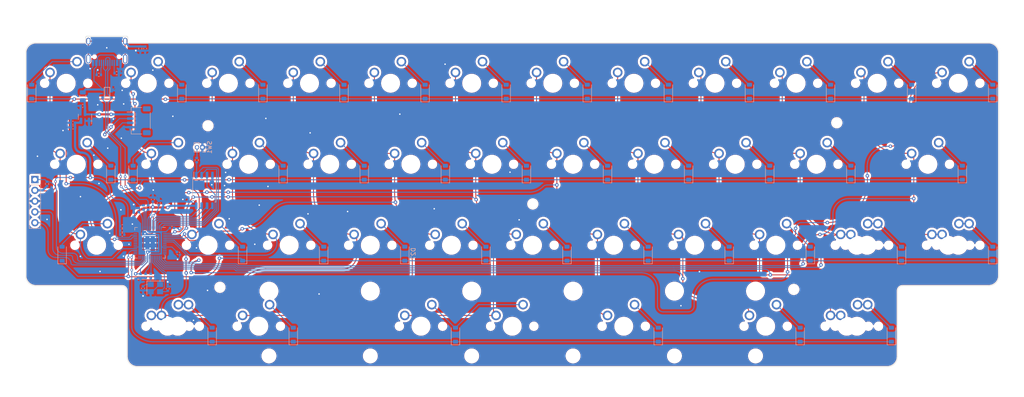
<source format=kicad_pcb>
(kicad_pcb (version 20221018) (generator pcbnew)
  (layers (0 "F.Cu" signal) (31 "B.Cu" signal) (34 "B.Paste" user) (35 "F.Paste" user) (36 "B.SilkS" user "B.Silkscreen") (37 "F.SilkS" user "F.Silkscreen") (38 "B.Mask" user) (39 "F.Mask" user) (44 "Edge.Cuts" user))
  (net 0 "")
  (net 1 "+1V1")
  (net 2 "GND")
  (net 3 "+3V3")
  (net 4 "XTAL_IN")
  (net 5 "Net-(C_Crystal2-Pad2)")
  (net 6 "+5V")
  (net 7 "GNDREF")
  (net 8 "row0")
  (net 9 "Net-(D1-A)")
  (net 10 "Net-(D2-A)")
  (net 11 "Net-(D3-A)")
  (net 12 "Net-(D4-A)")
  (net 13 "Net-(D5-A)")
  (net 14 "Net-(D6-A)")
  (net 15 "Net-(D7-A)")
  (net 16 "Net-(D8-A)")
  (net 17 "Net-(D9-A)")
  (net 18 "Net-(D10-A)")
  (net 19 "Net-(D11-A)")
  (net 20 "Net-(D12-A)")
  (net 21 "row1")
  (net 22 "Net-(D13-A)")
  (net 23 "Net-(D14-A)")
  (net 24 "Net-(D15-A)")
  (net 25 "Net-(D16-A)")
  (net 26 "Net-(D17-A)")
  (net 27 "Net-(D18-A)")
  (net 28 "Net-(D19-A)")
  (net 29 "Net-(D20-A)")
  (net 30 "Net-(D21-A)")
  (net 31 "Net-(D22-A)")
  (net 32 "Net-(D23-A)")
  (net 33 "row2")
  (net 34 "Net-(D24-A)")
  (net 35 "Net-(D25-A)")
  (net 36 "Net-(D26-A)")
  (net 37 "Net-(D27-A)")
  (net 38 "Net-(D28-A)")
  (net 39 "Net-(D29-A)")
  (net 40 "Net-(D30-A)")
  (net 41 "Net-(D31-A)")
  (net 42 "Net-(D32-A)")
  (net 43 "Net-(D33-A)")
  (net 44 "Net-(D34-A)")
  (net 45 "row3")
  (net 46 "Net-(D35-A)")
  (net 47 "Net-(D36-A)")
  (net 48 "Net-(D37-A)")
  (net 49 "Net-(D38-A)")
  (net 50 "Net-(D39-A)")
  (net 51 "Net-(D40-A)")
  (net 52 "VCC")
  (net 53 "D-")
  (net 54 "D+")
  (net 55 "RESET")
  (net 56 "SWDIO")
  (net 57 "SWCLK")
  (net 58 "col0")
  (net 59 "col1")
  (net 60 "col2")
  (net 61 "col3")
  (net 62 "col4")
  (net 63 "col5")
  (net 64 "col6")
  (net 65 "col7")
  (net 66 "col8")
  (net 67 "col9")
  (net 68 "col10")
  (net 69 "col11")
  (net 70 "XTAL_OUT")
  (net 71 "Net-(U1-D+)")
  (net 72 "Net-(U1-D-)")
  (net 73 "Net-(R_Flash1-Pad1)")
  (net 74 "CS")
  (net 75 "Net-(USB1-CC1)")
  (net 76 "Net-(USB1-CC2)")
  (net 77 "SD1")
  (net 78 "SD2")
  (net 79 "SD0")
  (net 80 "QSPI_CLK")
  (net 81 "SD3")
  (footprint "MX_Only:MXOnly-1.25U-NoLED" (layer "F.Cu") (at 221.2075 122.030625)
    (fp_text reference "MX40")
    (fp_text value "MX-NoLED")
  )
  (footprint "MountingHole:MountingHole_2.2mm_M2" (layer "F.Cu") (at 73.961208 112.870529)
    (fp_text reference "REF**" hide)
    (fp_text value "MountingHole_2.2mm_M2")
  )
  (footprint "MX_Only:MXOnly-1U-NoLED" (layer "F.Cu") (at 109.28875 102.980625)
    (fp_text reference "MX27")
    (fp_text value "MX-NoLED")
  )
  (footprint "MX_Only:MXOnly-1.25U-NoLED" (layer "F.Cu") (at 64.045 122.030625)
    (fp_text reference "MX35" hide)
    (fp_text value "MX-NoLED")
  )
  (footprint "MX_Only:MXOnly-2.25U-ReversedStabilizers-NoLED" (layer "F.Cu") (at 168.82 122.030625)
    (fp_text reference "MX38")
    (fp_text value "MX-NoLED")
  )
  (footprint "MX_Only:MXOnly-1.25U-NoLED" (layer "F.Cu") (at 202.1575 122.030625)
    (fp_text reference "MX39")
    (fp_text value "MX-NoLED")
  )
  (footprint "MX_Only:MXOnly-1U-NoLED" (layer "F.Cu") (at 137.86375 83.930625)
    (fp_text reference "MX18")
    (fp_text value "MX-NoLED")
  )
  (footprint "MX_Only:MXOnly-1U-NoLED" (layer "F.Cu") (at 80.71375 83.930625)
    (fp_text reference "MX15")
    (fp_text value "MX-NoLED")
  )
  (footprint "MX_Only:MXOnly-1.75U-NoLED" (layer "F.Cu") (at 240.2575 83.930625)
    (fp_text reference "MX23")
    (fp_text value "MX-NoLED")
  )
  (footprint "MX_Only:MXOnly-1U-NoLED" (layer "F.Cu") (at 61.66375 122.030625)
    (fp_text reference "MX35" hide)
    (fp_text value "MX-NoLED")
  )
  (footprint "MX_Only:MXOnly-1U-NoLED" (layer "F.Cu") (at 56.90125 64.880625)
    (fp_text reference "MX2")
    (fp_text value "MX-NoLED")
  )
  (footprint "MX_Only:MXOnly-1U-NoLED" (layer "F.Cu") (at 190.25125 64.880625)
    (fp_text reference "MX9")
    (fp_text value "MX-NoLED")
  )
  (footprint "MX_Only:MXOnly-1.25U-NoLED" (layer "F.Cu") (at 225.97 102.980625)
    (fp_text reference "MX33")
    (fp_text value "MX-NoLED")
  )
  (footprint "MX_Only:MXOnly-1U-NoLED" (layer "F.Cu") (at 156.91375 83.930625)
    (fp_text reference "MX19")
    (fp_text value "MX-NoLED")
  )
  (footprint "MX_Only:MXOnly-1U-NoLED" (layer "F.Cu") (at 147.38875 102.980625)
    (fp_text reference "MX29")
    (fp_text value "MX-NoLED")
  )
  (footprint "MX_Only:MXOnly-1U-NoLED" (layer "F.Cu") (at 152.15125 64.880625)
    (fp_text reference "MX7")
    (fp_text value "MX-NoLED")
  )
  (footprint "MountingHole:MountingHole_2.2mm_M2" (layer "F.Cu") (at 147.461208 93.270529)
    (fp_text reference "REF**" hide)
    (fp_text value "MountingHole_2.2mm_M2")
  )
  (footprint "MX_Only:MXOnly-1.25U-NoLED" (layer "F.Cu") (at 83.095 122.030625)
    (fp_text reference "MX36")
    (fp_text value "MX-NoLED")
  )
  (footprint "MountingHole:MountingHole_2.2mm_M2" (layer "F.Cu") (at 208.761208 113.370529)
    (fp_text reference "REF**" hide)
    (fp_text value "MountingHole_2.2mm_M2")
  )
  (footprint "MX_Only:MXOnly-1U-NoLED" (layer "F.Cu") (at 247.40125 64.880625)
    (fp_text reference "MX12")
    (fp_text value "MX-NoLED")
  )
  (footprint "MX_Only:MXOnly-1U-NoLED" (layer "F.Cu") (at 99.76375 83.930625)
    (fp_text reference "MX16")
    (fp_text value "MX-NoLED")
  )
  (footprint "MX_Only:MXOnly-1.25U-NoLED" (layer "F.Cu") (at 245.02 102.980625)
    (fp_text reference "MX34")
    (fp_text value "MX-NoLED")
  )
  (footprint "MX_Only:MXOnly-1U-NoLED" (layer "F.Cu") (at 195.01375 83.930625)
    (fp_text reference "MX21")
    (fp_text value "MX-NoLED")
  )
  (footprint "MX_Only:MXOnly-1U-NoLED" (layer "F.Cu") (at 95.00125 64.880625)
    (fp_text reference "MX4")
    (fp_text value "MX-NoLED")
  )
  (footprint "MX_Only:MXOnly-1U-NoLED" (layer "F.Cu") (at 247.40125 102.980625)
    (fp_text reference "MX34")
    (fp_text value "MX-NoLED")
  )
  (footprint "MX_Only:MXOnly-1U-NoLED" (layer "F.Cu") (at 118.81375 83.930625)
    (fp_text reference "MX17")
    (fp_text value "MX-NoLED")
  )
  (footprint "MX_Only:MXOnly-1.25U-NoLED" (layer "F.Cu") (at 40.2325 83.930625)
    (fp_text reference "MX13")
    (fp_text value "MX-NoLED")
  )
  (footprint "MX_Only:MXOnly-1U-NoLED" (layer "F.Cu") (at 175.96375 83.930625)
    (fp_text reference "MX20")
    (fp_text value "MX-NoLED")
  )
  (footprint "MX_Only:MXOnly-1U-NoLED" (layer "F.Cu") (at 128.33875 102.980625)
    (fp_text reference "MX28")
    (fp_text value "MX-NoLED")
  )
  (footprint "MX_Only:MXOnly-1U-NoLED" (layer "F.Cu") (at 71.18875 102.980625)
    (fp_text reference "MX25")
    (fp_text value "MX-NoLED")
  )
  (footprint "MX_Only:MXOnly-7U-ReversedStabilizers-NoLED" (layer "F.Cu") (at 142.62625 122.030625)
    (fp_text reference "MX37")
    (fp_text value "MX-NoLED")
  )
  (footprint "MX_Only:MXOnly-1U-NoLED" (layer "F.Cu") (at 133.10125 64.880625)
    (fp_text reference "MX6")
    (fp_text value "MX-NoLED")
  )
  (footprint "M0ii040関連KaWaii40:m0ii040_PCB_Template_v1.0.1" (layer "F.Cu") (at 37.85125 64.880625)
    (fp_text reference "H1")
    (fp_text value "PCB Outline")
    (fp_line (start -9.525 -7.14375) (end -9.525 45.24375) (stroke (width 0.1)) (layer "Edge.Cuts"))
    (fp_line (start -7.14375 -9.525) (end 4.318 -9.525) (stroke (width 0.1)) (layer "Edge.Cuts"))
    (fp_line (start -7.14375 47.625) (end 13.096875 47.625) (stroke (width 0.1)) (layer "Edge.Cuts"))
    (fp_line (start 4.572 -10.795) (end 4.572 -9.779) (stroke (width 0.1)) (layer "Edge.Cuts"))
    (fp_line (start 4.826 -11.049) (end 14.224 -11.049) (stroke (width 0.1)) (layer "Edge.Cuts"))
    (fp_line (start 14.2875 48.815625) (end 14.2875 64.29375) (stroke (width 0.1)) (layer "Edge.Cuts"))
    (fp_line (start 14.478 -10.795) (end 14.478 -9.779) (stroke (width 0.1)) (layer "Edge.Cuts"))
    (fp_line (start 14.732 -9.525) (end 216.69375 -9.525) (stroke (width 0.1)) (layer "Edge.Cuts"))
    (fp_line (start 16.66875 66.675) (end 192.88125 66.675) (stroke (width 0.1)) (layer "Edge.Cuts"))
    (fp_line (start 195.2625 64.29375) (end 195.2625 48.815625) (stroke (width 0.1)) (layer "Edge.Cuts"))
    (fp_line (start 196.453125 47.625) (end 216.69375 47.625) (stroke (width 0.1)) (layer "Edge.Cuts"))
    (fp_line (start 219.075 45.24375) (end 219.075 -7.14375) (stroke (width 0.1)) (layer "Edge.Cuts"))
    (fp_arc (start -9.525 -7.14375) (mid -8.827548 -8.827548) (end -7.14375 -9.525) (stroke (width 0.1)) (layer "Edge.Cuts"))
    (fp_arc (start -7.14375 47.625) (mid -8.827548 46.927548) (end -9.525 45.24375) (stroke (width 0.1)) (layer "Edge.Cuts"))
    (fp_arc (start 4.572 -10.795) (mid 4.646395 -10.974605) (end 4.826 -11.049) (stroke (width 0.1)) (layer "Edge.Cuts"))
    (fp_arc (start 4.572 -9.779) (mid 4.497605 -9.599395) (end 4.318 -9.525) (stroke (width 0.1)) (layer "Edge.Cuts"))
    (fp_arc (start 13.096875 47.625) (mid 13.938781 47.973719) (end 14.2875 48.815625) (stroke (width 0.1)) (layer "Edge.Cuts"))
    (fp_arc (start 14.224 -11.049) (mid 14.403605 -10.974605) (end 14.478 -10.795) (stroke (width 0.1)) (layer "Edge.Cuts"))
    (fp_arc (start 14.732 -9.525) (mid 14.552395 -9.599395) (end 14.478 -9.779) (stroke (width 0.1)) (layer "Edge.Cuts"))
    (fp_arc (start 16.66875 66.675) (mid 14.984952 65.977548) (end 14.2875 64.29375) (stroke (width 0.1)) (layer "Edge.Cuts"))
    (fp_arc (start 195.2625 48.815625) (mid 195.611219 47.973719) (end 196.453125 47.625) (stroke (width 0.1)) (layer "Edge.Cuts"))
    (fp_arc (start 195.2625 64.29375) (mid 194.565033 65.977533) (end 192.88125 66.675) (stroke (width 0.1)) (layer "Edge.Cuts"))
    (fp_arc (start 216.69375 -9.525) (mid 218.377533 -8.827533) (end 219.075 -7.14375) (stroke (width 0.1)) (layer "Edge.Cuts"))
    (fp_arc (start 219.075 45.24375) (mid 218.377533 46.927533) (end 216.69375 47.625) (stroke (width 0.1)) (layer "Edge.Cuts"))
    (fp_circle (center 33.309958 9.989904) (end 34.409958 9.989904) (stroke (width 0.1)) (fill none) (layer "Edge.Cuts"))
    (fp_circle (center 36.109958 47.989904) (end 37.209958 47.989904) (stroke (width 0.1)) (fill none) (layer "Edge.Cuts"))
    (fp_circle (center 109.609958 28.389904) (end 110.709958 28.389904) (stroke (width 0.1)) (fill none) (layer "Edge.Cuts"))
    (fp_circle (center 170.909958 48.489904) (end 172.009958 48.489904) (stroke (width 0.1)) (fill none) (layer "Edge.Cuts"))
    (fp_circle (center 181.009958 9.289904) (end 182.109958 9.289904) (stroke (width 0.1)) (fill none) (layer "Edge.Cuts"))
  )
  (footprint "MX_Only:MXOnly-1U-NoLED" (layer "F.Cu") (at 166.43875 102.980625)
    (fp_text reference "MX30")
    (fp_text value "MX-NoLED")
  )
  (footprint "MX_Only:MXOnly-1U-NoLED" (layer "F.Cu") (at 223.58875 122.030625)
    (fp_text reference "MX40")
    (fp_text value "MX-NoLED")
  )
  (footprint "MX_Only:MXOnly-1U-NoLED" (layer "F.Cu") (at 75.95125 64.880625)
    (fp_text reference "MX3")
    (fp_text value "MX-NoLED")
  )
  (footprint "MountingHole:MountingHole_2.2mm_M2" (layer "F.Cu") (at 218.861208 74.170529)
    (fp_text reference "REF**" hide)
    (fp_text value "MountingHole_2.2mm_M2")
  )
  (footprint "MX_Only:MXOnly-1U-NoLED" (layer "F.Cu") (at 209.30125 64.880625)
    (fp_text reference "MX10")
    (fp_text value "MX-NoLED")
  )
  (footprint "MX_Only:MXOnly-1.75U-NoLED" (layer "F.Cu") (at 44.995 102.980625)
    (fp_text reference "MX24")
    (fp_text value "MX-NoLED")
  )
  (footprint "MX_Only:MXOnly-1U-NoLED" (layer "F.Cu") (at 204.53875 102.980625)
    (fp_text reference "MX32")
    (fp_text value "MX-NoLED")
  )
  (footprint "MX_Only:MXOnly-1U-NoLED" (layer "F.Cu") (at 37.85125 64.880625)
    (fp_text reference "MX1")
    (fp_text value "MX-NoLED")
  )
  (footprint "MX_Only:MXOnly-1U-NoLED" (layer "F.Cu") (at 171.20125 64.880625)
    (fp_text reference "MX8")
    (fp_text value "MX-NoLED")
  )
  (footprint "MX_Only:MXOnly-1U-NoLED" (layer "F.Cu") (at 223.58875 102.980625)
    (fp_text reference "MX33")
    (fp_text value "MX-NoLED")
  )
  (footprint "MX_Only:MXOnly-1U-NoLED" (layer "F.Cu") (at 90.23875 102.980625)
    (fp_text reference "MX26")
    (fp_text value "MX-NoLED")
  )
  (footprint "MX_Only:MXOnly-1U-NoLED" (layer "F.Cu") (at 214.06375 83.930625)
    (fp_text reference "MX22")
    (fp_text value "MX-NoLED")
  )
  (footprint "MX_Only:MXOnly-2.75U-ReversedStabilizers-NoLED" (layer "F.Cu") (at 121.195 122.030625)
    (fp_text reference "MX37")
    (fp_text value "MX-NoLED")
  )
  (footprint "MX_Only:MXOnly-1U-NoLED" (layer "F.Cu") (at 185.48875 102.980625)
    (fp_text reference "MX31")
    (fp_text value "MX-NoLED")
  )
  (footprint "MX_Only:MXOnly-1U-NoLED" (layer "F.Cu") (at 61.66375 83.930625)
    (fp_text reference "MX14")
    (fp_text value "MX-NoLED")
  )
  (footprint "MX_Only:MXOnly-1U-NoLED" (layer "F.Cu") (at 228.35125 64.880625)
    (fp_text reference "MX11")
    (fp_text value "MX-NoLED")
  )
  (footprint "MX_Only:MXOnly-1U-NoLED" (layer "F.Cu") (at 114.05125 64.880625)
    (fp_text reference "MX5")
    (fp_text value "MX-NoLED")
  )
  (footprint "MountingHole:MountingHole_2.2mm_M2" (layer "F.Cu") (at 71.161208 74.870529)
    (fp_text reference "REF**" hide)
    (fp_text value "MountingHole_2.2mm_M2")
  )
  (footprint "Diode_SMD:D_SOD-123" (layer "B.Cu") (at 174.53875 104.980625 90)
    (fp_text reference "D30" hide)
    (fp_text value "D_Small")
  )
  (footprint "Connector_PinHeader_2.54mm:PinHeader_1x05_P2.54mm_Vertical" (layer "B.Cu") (at 30.5 87.525 180)
    (fp_text reference "J2" hide)
    (fp_text value "SWD")
  )
  (footprint "Diode_SMD:D_SOD-123" (layer "B.Cu") (at 179.30125 66.880625 90)
    (fp_text reference "D8" hide)
    (fp_text value "D_Small")
  )
  (footprint "Diode_SMD:D_SOD-123" (layer "B.Cu") (at 129.295 124.030625 90)
    (fp_text reference "D37" hide)
    (fp_text value "D_Small")
  )
  (footprint "Capacitor_SMD:C_0402_1005Metric" (layer "B.Cu") (at 53.7 95.8 90)
    (fp_text reference "C_3V-Decoup2" hide)
    (fp_text value "1u")
  )
  (footprint "Diode_SMD:D_SOD-123" (layer "B.Cu") (at 53.56375 85.930625 90)
    (fp_text reference "D14" hide)
    (fp_text value "D_Small")
  )
  (footprint "Diode_SMD:D_SOD-123" (layer "B.Cu") (at 231.68875 124.030625 90)
    (fp_text reference "D40" hide)
    (fp_text value "D_Small")
  )
  (footprint "Resistor_SMD:R_0402_1005Metric" (layer "B.Cu") (at 55.25 56.73 -90)
    (fp_text reference "R_Shield1" hide)
    (fp_text value "1M")
  )
  (footprint "Diode_SMD:D_SOD-123" (layer "B.Cu") (at 136.43875 104.980625 90)
    (fp_text reference "D28" hide)
    (fp_text value "D_Small")
  )
  (footprint "Package_TO_SOT_SMD:SOT-23" (layer "B.Cu") (at 42.27 72.7875 90)
    (fp_text reference "U4" hide)
    (fp_text value "XC6206PxxxMR")
  )
  (footprint "Diode_SMD:D_SOD-123" (layer "B.Cu") (at 36.895 104.980625 90)
    (fp_text reference "D24" hide)
    (fp_text value "D_Small")
  )
  (footprint "Capacitor_SMD:C_0402_1005Metric" (layer "B.Cu") (at 55.9 113.12 90)
    (fp_text reference "C_Crystal2" hide)
    (fp_text value "22pF")
  )
  (footprint "Capacitor_SMD:C_0402_1005Metric" (layer "B.Cu") (at 51.02 99.5 180)
    (fp_text reference "C_3V-Decoup5" hide)
    (fp_text value ".1u")
  )
  (footprint "Capacitor_SMD:C_0402_1005Metric" (layer "B.Cu") (at 59.6 93.02 90)
    (fp_text reference "C_1V-Decoup2" hide)
    (fp_text value ".1u")
  )
  (footprint "Diode_SMD:D_SOD-123" (layer "B.Cu") (at 155.48875 104.980625 90)
    (fp_text reference "D29" hide)
    (fp_text value "D_Small")
  )
  (footprint "Diode_SMD:D_SOD-123" (layer "B.Cu") (at 84.05125 66.880625 90)
    (fp_text reference "D3" hide)
    (fp_text value "D_Small")
  )
  (footprint "Diode_SMD:D_SOD-123" (layer "B.Cu") (at 103.10125 66.880625 90)
    (fp_text reference "D4" hide)
    (fp_text value "D_Small")
  )
  (footprint "Diode_SMD:D_SOD-123" (layer "B.Cu") (at 72.145 124.030625 90)
    (fp_text reference "D35" hide)
    (fp_text value "D_Small")
  )
  (footprint "Diode_SMD:D_SOD-123" (layer "B.Cu") (at 184.06375 85.930625 90)
    (fp_text reference "D20" hide)
    (fp_text value "D_Small")
  )
  (footprint "Diode_SMD:D_SOD-123" (layer "B.Cu") (at 193.58875 104.980625 90)
    (fp_text reference "D31" hide)
    (fp_text value "D_Small")
  )
  (footprint "Connector_PinHeader_1.27mm:PinHeader_1x02_P1.27mm_Vertical" (layer "B.Cu") (at 69.85 79.95 90)
    (fp_text reference "SW1")
    (fp_text value "Reset")
  )
  (footprint "Package_SO:SOIC-8_5.23x5.23mm_P1.27mm" (layer "B.Cu") (at 70.295 90.1 -90)
    (fp_text reference "U2" hide)
    (fp_text value "W25Q128JVS")
  )
  (footprint "Capacitor_SMD:C_0402_1005Metric" (layer "B.Cu") (at 56.5 110.18 -90)
    (fp_text reference "C_3V-Decoup8" hide)
    (fp_text value ".1u")
  )
  (footprint "Capacitor_SMD:C_0402_1005Metric" (layer "B.Cu") (at 61.7 113.2 -90)
    (fp_text reference "C_Crystal1" hide)
    (fp_text value "22pF")
  )
  (footprint "Resistor_SMD:R_0402_1005Metric" (layer "B.Cu") (at 45.5 62.9 180)
    (fp_text reference "R_USB1" hide)
    (fp_text value "5k1")
  )
  (footprint "Diode_SMD:D_SOD-123" (layer "B.Cu") (at 165.01375 85.930625 90)
    (fp_text reference "D19" hide)
    (fp_text value "D_Small")
  )
  (footprint "Resistor_SMD:R_0402_1005Metric" (layer "B.Cu") (at 49.7 62.5)
    (fp_text reference "R_USB2" hide)
    (fp_text value "5k1")
  )
  (footprint "Diode_SMD:D_SOD-123" (layer "B.Cu") (at 210.2575 124.030625 90)
    (fp_text reference "D39" hide)
    (fp_text value "D_Small")
  )
  (footprint "Diode_SMD:D_SOD-123" (layer "B.Cu") (at 126.91375 85.930625 90)
    (fp_text reference "D17" hide)
    (fp_text value "D_Small")
  )
  (footprint "Diode_SMD:D_SOD-123" (layer "B.Cu") (at 217.40125 66.880625 90)
    (fp_text reference "D10" hide)
    (fp_text value "D_Small")
  )
  (footprint "Crystal:Crystal_SMD_3225-4Pin_3.2x2.5mm" (layer "B.Cu") (at 58.8 113.05)
    (fp_text reference "Y1" hide)
    (fp_text value "12MHz")
  )
  (footprint "Diode_SMD:D_SOD-123" (layer "B.Cu") (at 65.00125 66.880625 90)
    (fp_text reference "D2" hide)
    (fp_text value "D_Small")
  )
  (footprint "Resistor_SMD:R_0402_1005Metric" (layer "B.Cu") (at 33.35 88.55 90)
    (fp_text reference "R_RST1" hide)
    (fp_text value "1k")
  )
  (footprint "Diode_SMD:D_SOD-123" (layer "B.Cu") (at 91.195 124.030625 90)
    (fp_text reference "D36" hide)
    (fp_text value "D_Small")
  )
  (footprint "Capacitor_SMD:C_0402_1005Metric" (layer "B.Cu") (at 39.45 75.27 180)
    (fp_text reference "C_3V-Decoup1" hide)
    (fp_text value "10u")
  )
  (footprint "cipulot_parts:RP2040-QFN-56" (layer "B.Cu") (at 57.5625 102.4 180)
    (fp_text reference "U1" hide)
    (fp_text value "RP2040")
  )
  (footprint "random-keyboard-parts:SOT143B" (layer "B.Cu") (at 47.45 67.3 180)
    (fp_text reference "U3" hide)
    (fp_text value "PRTR5V0U2X")
  )
  (footprint "Resistor_SMD:R_0402_1005Metric" (layer "B.Cu") (at 57.7 110.19 90)
    (fp_text reference "R_Crystal1" hide)
    (fp_text value "1k")
  )
  (footprint "Capacitor_SMD:C_0402_1005Metric" (layer "B.Cu") (at 55.3 110.18 -90)
    (fp_text reference "C_1V-Decoup3" hide)
    (fp_text value ".1u")
  )
  (footprint "Resistor_SMD:R_0402_1005Metric" (layer "B.Cu") (at 57.1 94.09 -90)
    (fp_text reference "R_DATA1" hide)
    (fp_text value "27")
  )
  (footprint "Capacitor_SMD:C_0402_1005Metric" (layer "B.Cu") (at 51.02 98.5 180)
    (fp_text reference "C_3V-Decoup7" hide)
    (fp_text value ".1u")
  )
  (footprint "Diode_SMD:D_SOD-123" (layer "B.Cu") (at 29.75125 66.880625 90)
    (fp_text reference "D1" hide)
    (fp_text value "D_Small")
  )
  (footprint "Diode_SMD:D_SOD-123" (layer "B.Cu") (at 48.3325 85.930625 90)
    (fp_text reference "D13" hide)
    (fp_text value "D_Small")
  )
  (footprint "Capacitor_SMD:C_0402_1005Metric" (layer "B.Cu") (at 56.4 56.72 90)
    (fp_text reference "C_Shield1" hide)
    (fp_text value "4.7n")
  )
  (footprint "Diode_SMD:D_SOD-123" (layer "B.Cu") (at 122.15125 66.880625 90)
    (fp_text reference "D5" hide)
    (fp_text value "D_Small")
  )
  (footprint "Diode_SMD:D_SOD-123" (layer "B.Cu") (at 145.96375 85.930625 90)
    (fp_text reference "D18" hide)
    (fp_text value "D_Small")
  )
  (footprint "Diode_SMD:D_SOD-123" (layer "B.Cu") (at 222.16375 85.930625 90)
    (fp_text reference "D22" hide)
    (fp_text value "D_Small")
  )
  (footprint "Diode_SMD:D_SOD-123" (layer "B.Cu") (at 255.50125 66.880625 90)
    (fp_text reference "D12" hide)
    (fp_text value "D_Small")
  )
  (footprint "Capacitor_SMD:C_0402_1005Metric" (layer "B.Cu") (at 64.2 104.9 -45)
    (fp_text reference "C_3V-Decoup9" hide)
    (fp_text value ".1u")
  )
  (footprint "Diode_SMD:D_SOD-123" (layer "B.Cu") (at 160.25125 66.880625 90)
    (fp_text reference "D7" hide)
    (fp_text value "D_Small")
  )
  (footprint "Connector_JST:JST_SH_SM04B-SRSS-TB_1x04-1MP_P1.00mm_Horizontal" (layer "B.Cu") (at 54.9 73.7 -90)
    (fp_text reference "J1" hide)
    (fp_text value "SM04B")
  )
  (footprint "Diode_SMD:D_SOD-123" (layer "B.Cu") (at 255.50125 104.980625 90)
    (fp_text reference "D34" hide)
    (fp_text value "D_Small")
  )
  (footprint "Capacitor_SMD:C_0402_1005Metric" (layer "B.Cu") (at 54.9 94.7 90)
    (fp_text reference "C_1V-Decoup1" hide)
    (fp_text value "1u")
  )
  (footprint "Resistor_SMD:R_0402_1005Metric" (layer "B.Cu") (at 68.5 82.96 -90)
    (fp_text reference "R_Flash1" hide)
    (fp_text value "1k")
  )
  (footprint "Diode_SMD:D_SOD-123" (layer "B.Cu") (at 198.35125 66.880625 90)
    (fp_text reference "D9" hide)
    (fp_text value "D_Small")
  )
  (footprint "Capacitor_SMD:C_0402_1005Metric" (layer "B.Cu") (at 51.02 100.5 180)
    (fp_text reference "C_3V-Decoup4" hide)
    (fp_text value ".1u")
  )
  (footprint "Diode_SMD:D_SOD-123" (layer "B.Cu") (at 141.20125 66.880625 90)
    (fp_text reference "D6" hide)
    (fp_text value "D_Small")
  )
  (footprint "Diode_SMD:D_SOD-123" (layer "B.Cu") (at 236.45125 66.880625 90)
    (fp_text reference "D11" hide)
    (fp_text value "D_Small")
  )
  (footprint "Capacitor_SMD:C_0402_1005Metric" (layer "B.Cu") (at 66.6 93.22 90)
    (fp_text reference "C_Flash1" hide)
    (fp_text value ".1u")
  )
  (footprint "Diode_SMD:D_SOD-123" (layer "B.Cu") (at 79.28875 104.980625 90)
    (fp_text reference "D25" hide)
    (fp_text value "D_Small")
  )
  (footprint "cipulot_parts:HRO-TYPE-C-31-M-12-Assembly" (layer "B.Cu") (at 47.37625 52.383725)
    (fp_text reference "USB1")
    (fp_text value "HRO-TYPE-C-31-M-12")
  )
  (footprint "Diode_SMD:D_SOD-123" (layer "B.Cu") (at 107.86375 85.930625 90)
    (fp_text reference "D16" hide)
    (fp_text value "D_Small")
  )
  (footprint "Diode_SMD:D_SOD-123" (layer "B.Cu") (at 88.81375 85.930625 90)
    (fp_text reference "D15" hide)
    (fp_text value "D_Small")
  )
  (footprint "Capacitor_SMD:C_0402_1005Metric" (layer "B.Cu") (at 58.2 92.22 90)
    (fp_text reference "C_3V-Decoup3" hide)
    (fp_text value ".1u")
  )
  (footprint "Diode_SMD:D_SOD-123" (layer "B.Cu") (at 248.3575 85.930625 90)
    (fp_text reference "D23" hide)
    (fp_text value "D_Small")
  )
  (footprint "Diode_SMD:D_SOD-123" (layer "B.Cu") (at 234.07 104.980625 90)
    (fp_text reference "D33" hide)
    (fp_text value "D_Small")
  )
  (footprint "Capacitor_SMD:C_0402_1005Metric" (layer "B.Cu") (at 41.72 70.2 180)
    (fp_text reference "C_LDO1" hide)
    (fp_text value "1u")
  )
  (footprint "Capacitor_SMD:C_0402_1005Metric" (layer "B.Cu") (at 39.42 74.17 180)
    (fp_text reference "C_LDO2" hide)
    (fp_text value "1u")
  )
  (footprint "Fuse:Fuse_0805_2012Metric" (layer "B.Cu") (at 41.75 67.95 -90)
    (fp_text reference "F1" hide)
    (fp_text value "500mA")
  )
  (footprint "Diode_SMD:D_SOD-123" (layer "B.Cu") (at 98.33875 104.980625 90)
    (fp_text reference "D26" hide)
    (fp_text value "D_Small")
  )
  (footprint "Diode_SMD:D_SOD-123" (layer "B.Cu") (at 117.38875 104.980625 90)
    (fp_text reference "D27")
    (fp_text value "D_Small")
  )
  (footprint "Resistor_SMD:R_0402_1005Metric" (layer "B.Cu") (at 56 94.09 -90)
    (fp_text reference "R_DATA2" hide)
    (fp_text value "27")
  )
  (footprint "Diode_SMD:D_SOD-123" (layer "B.Cu") (at 203.11375 85.930625 90)
    (fp_text reference "D21" hide)
    (fp_text value "D_Small")
  )
  (footprint "Diode_SMD:D_SOD-123" (layer "B.Cu") (at 212.63875 104.980625 90)
    (fp_text reference "D32" hide)
    (fp_text value "D_Small")
  )
  (footprint "Diode_SMD:D_SOD-123" (layer "B.Cu") (at 176.92 124.030625 90)
    (fp_text reference "D38" hide)
    (fp_text value "D_Small")
  )
  (footprint "Capacitor_SMD:C_0402_1005Metric" (layer "B.Cu") (at 62.7 98.9)
    (fp_text reference "C_3V-Decoup6" hide)
    (fp_text value ".1u")
  )
  (segment (start 58.3 96.05) (end 58.3 99.7) (width 0.2) (layer "F.Cu") (net 1))
  (segment (start 54.15 109.7) (end 56.9625 106.8875) (width 0.2) (layer "F.Cu") (net 1))
  (segment (start 58.25 96.05) (end 58.3 96.05) (width 0.2) (layer "F.Cu") (net 1))
  (segment (start 57.7 100.3) (end 56.4 100.3) (width 0.2) (layer "F.Cu") (net 1))
  (segment (start 56.9625 106.8875) (end 56.9625 104.6375) (width 0.2) (layer "F.Cu") (net 1))
  (via (at 56.35 100.25) (size 0.6) (drill 0.35) (layers "F.Cu" "B.Cu") (net 1))
  (via (at 58.25 96.05) (size 0.6) (drill 0.35) (layers "F.Cu" "B.Cu") (net 1))
  (via (at 54.15 109.7) (size 0.8) (drill 0.4) (layers "F.Cu" "B.Cu") (net 1))
  (via (at 56.9625 104.6375) (size 0.6) (drill 0.35) (layers "F.Cu" "B.Cu") (net 1))
  (arc (start 58.3 99.7) (mid 58.124264 100.124264) (end 57.7 100.3) (width 0.2) (layer "F.Cu") (net 1))
  (arc (start 56.4 100.3) (mid 56.364645 100.285355) (end 56.35 100.25) (width 0.2) (layer "F.Cu") (net 1))
  (segment (start 55.3 108.52953) (end 55.3 109.7) (width 0.2) (layer "B.Cu") (net 1))
  (segment (start 58.751472 95.548528) (end 58.3 96) (width 0.2) (layer "B.Cu") (net 1))
  (segment (start 57.7625 98.9625) (end 57.7625 96.731954) (width 0.2) (layer "B.Cu") (net 1))
  (segment (start 56.9625 105.8375) (end 56.9625 104.6375) (width 0.2) (layer "B.Cu") (net 1))
  (segment (start 58.25 96.05) (end 57.9 96.4) (width 0.2) (layer "B.Cu") (net 1))
  (segment (start 56.9625 106.867032) (end 55.3 108.52953) (width 0.2) (layer "B.Cu") (net 1))
  (segment (start 58.3 96) (end 58.3 96.05) (width 0.2) (layer "B.Cu") (net 1))
  (segment (start 56.9625 105.8375) (end 56.9625 106.867032) (width 0.2) (layer "B.Cu") (net 1))
  (segment (start 55.7625 98.9625) (end 55.7625 99.6625) (width 0.2) (layer "B.Cu") (net 1))
  (segment (start 55.3 109.7) (end 54.15 109.7) (width 0.2) (layer "B.Cu") (net 1))
  (segment (start 55.7625 97.262259) (end 55.7625 98.9625) (width 0.2) (layer "B.Cu") (net 1))
  (segment (start 58.3 96.05) (end 58.25 96.05) (width 0.2) (layer "B.Cu") (net 1))
  (arc (start 55.7625 99.6625) (mid 55.802773 99.759727) (end 55.9 99.8) (width 0.2) (layer "B.Cu") (net 1))
  (arc (start 54.9 95.18) (mid 55.538343 96.135348) (end 55.7625 97.262259) (width 0.2) (layer "B.Cu") (net 1))
  (arc (start 59.6 93.5) (mid 59.379475 94.608655) (end 58.751472 95.548528) (width 0.2) (layer "B.Cu") (net 1))
  (arc (start 57.7625 96.731954) (mid 57.798235 96.552302) (end 57.9 96.4) (width 0.2) (layer "B.Cu") (net 1))
  (segment (start 56.2875 101.125) (end 56.2875 102.4) (width 0.5) (layer "F.Cu") (net 2))
  (segment (start 58.8375 101.125) (end 58.8375 102.4) (width 0.5) (layer "F.Cu") (net 2))
  (segment (start 57.5625 101.125) (end 57.5625 102.4) (width 0.5) (layer "F.Cu") (net 2))
  (segment (start 57.5625 102.4) (end 56.2875 102.4) (width 0.5) (layer "F.Cu") (net 2))
  (segment (start 58.8375 102.4) (end 57.5625 102.4) (width 0.5) (layer "F.Cu") (net 2))
  (segment (start 58.8375 103.675) (end 57.5625 103.675) (width 0.5) (layer "F.Cu") (net 2))
  (segment (start 56.2875 101.125) (end 57.5625 101.125) (width 0.5) (layer "F.Cu") (net 2))
  (segment (start 57.5625 103.675) (end 56.2875 103.675) (width 0.5) (layer "F.Cu") (net 2))
  (segment (start 56.2875 103.675) (end 56.2875 102.4) (width 0.5) (layer "F.Cu") (net 2))
  (segment (start 58.8375 102.4) (end 58.8375 103.675) (width 0.5) (layer "F.Cu") (net 2))
  (segment (start 57.5625 102.4) (end 57.5625 103.675) (width 0.5) (layer "F.Cu") (net 2))
  (segment (start 57.5625 101.125) (end 58.8375 101.125) (width 0.5) (layer "F.Cu") (net 2))
  (via (at 186.6 109.2) (size 0.6) (drill 0.35) (layers "F.Cu" "B.Cu") (net 2))
  (via (at 51.35 69.75) (size 0.6) (drill 0.35) (layers "F.Cu" "B.Cu") (net 2))
  (via (at 58.2 61.8) (size 0.6) (drill 0.35) (layers "F.Cu" "B.Cu") (net 2))
  (via (at 64.5 99) (size 0.6) (drill 0.35) (layers "F.Cu" "B.Cu") (net 2))
  (via (at 41.2 91.55) (size 0.6) (drill 0.35) (layers "F.Cu" "B.Cu") (net 2))
  (via (at 31.1 82.05) (size 0.6) (drill 0.35) (layers "F.Cu" "B.Cu") (net 2))
  (via (at 126.85 60.4) (size 0.6) (drill 0.35) (layers "F.Cu" "B.Cu") (net 2))
  (via (at 142.1 85.8) (size 0.6) (drill 0.35) (layers "F.Cu" "B.Cu") (net 2))
  (via (at 84.75 73.15) (size 0.6) (drill 0.35) (layers "F.Cu" "B.Cu") (net 2))
  (via (at 48.05 100.15) (size 0.6) (drill 0.35) (layers "F.Cu" "B.Cu") (net 2))
  (via (at 45.25 69.95) (size 0.6) (drill 0.35) (layers "F.Cu" "B.Cu") (net 2))
  (via (at 47.37625 56.546225) (size 0.6) (drill 0.35) (layers "F.Cu" "B.Cu") (net 2))
  (via (at 51 66.55) (size 0.6) (drill 0.35) (layers "F.Cu" "B.Cu") (net 2))
  (via (at 54.2 57.2) (size 0.8) (drill 0.4) (layers "F.Cu" "B.Cu") (net 2))
  (via (at 51.3 105.55) (size 0.6) (drill 0.35) (layers "F.Cu" "B.Cu") (net 2))
  (via (at 43.45 61.45) (size 0.6) (drill 0.35) (layers "F.Cu" "B.Cu") (net 2))
  (via (at 44.35 81.8) (size 0.6) (drill 0.35) (layers "F.Cu" "B.Cu") (net 2))
  (via (at 71.05 113.6) (size 0.6) (drill 0.35) (layers "F.Cu" "B.Cu") (net 2))
  (via (at 182.25 117.2) (size 0.6) (drill 0.35) (layers "F.Cu" "B.Cu") (net 2))
  (via (at 67.75 120.65) (size 0.6) (drill 0.35) (layers "F.Cu" "B.Cu") (net 2))
  (via (at 50.7 94.65) (size 0.6) (drill 0.35) (layers "F.Cu" "B.Cu") (net 2))
  (via (at 33.35 96.9) (size 0.6) (drill 0.35) (layers "F.Cu" "B.Cu") (net 2))
  (via (at 72.05 88.75) (size 0.6) (drill 0.35) (layers "F.Cu" "B.Cu") (net 2))
  (via (at 45.55 88.45) (size 0.6) (drill 0.35) (layers "F.Cu" "B.Cu") (net 2))
  (via (at 47.6 80.15) (size 0.6) (drill 0.35) (layers "F.Cu" "B.Cu") (net 2))
  (via (at 61.7 111.6) (size 0.8) (drill 0.4) (layers "F.Cu" "B.Cu") (net 2))
  (via (at 83.2 93.55) (size 0.6) (drill 0.35) (layers "F.Cu" "B.Cu") (net 2))
  (via (at 55.9 114.9) (size 0.8) (drill 0.4) (layers "F.Cu" "B.Cu") (net 2))
  (via (at 94.65 95.6) (size 0.6) (drill 0.35) (layers "F.Cu" "B.Cu") (net 2))
  (via (at 58.3 90) (size 0.6) (drill 0.35) (layers "F.Cu" "B.Cu") (net 2))
  (via (at 65.25 92.2) (size 0.6) (drill 0.35) (layers "F.Cu" "B.Cu") (net 2))
  (via (at 85.25 89.15) (size 0.6) (drill 0.35) (layers "F.Cu" "B.Cu") (net 2))
  (via (at 116.221291 72.14648) (size 0.6) (drill 0.35) (layers "F.Cu" "B.Cu") (net 2))
  (via (at 64 106.3) (size 0.6) (drill 0.35) (layers "F.Cu" "B.Cu") (net 2))
  (via (at 124.3 94.4) (size 0.6) (drill 0.35) (layers "F.Cu" "B.Cu") (net 2))
  (via (at 45.795705 109.143895) (size 0.6) (drill 0.35) (layers "F.Cu" "B.Cu") (net 2))
  (via (at 41.2 105.6) (size 0.6) (drill 0.35) (layers "F.Cu" "B.Cu") (net 2))
  (via (at 103.95 95.05) (size 0.6) (drill 0.35) (layers "F.Cu" "B.Cu") (net 2))
  (via (at 53.7 93.4) (size 0.8) (drill 0.4) (layers "F.Cu" "B.Cu") (net 2))
  (via (at 75.05 88.95) (size 0.6) (drill 0.35) (layers "F.Cu" "B.Cu") (net 2))
  (via (at 37.1 76) (size 0.6) (drill 0.35) (layers "F.Cu" "B.Cu") (net 2))
  (via (at 95.15 76.55) (size 0.6) (drill 0.35) (layers "F.Cu" "B.Cu") (net 2))
  (via (at 48.916455 73.299651) (size 0.6) (drill 0.35) (layers "F.Cu" "B.Cu") (net 2))
  (via (at 68.45 103.6) (size 0.6) (drill 0.35) (layers "F.Cu" "B.Cu") (net 2))
  (via (at 76.15 96.75) (size 0.6) (drill 0.35) (layers "F.Cu" "B.Cu") (net 2))
  (via (at 144.25 97) (size 0.6) (drill 0.35) (layers "F.Cu" "B.Cu") (net 2))
  (via (at 75.3 85.85) (size 0.6) (drill 0.35) (layers "F.Cu" "B.Cu") (net 2))
  (via (at 62.9 72.65) (size 0.6) (drill 0.35) (layers "F.Cu" "B.Cu") (net 2))
  (via (at 97.25 114.45) (size 0.6) (drill 0.35) (layers "F.Cu" "B.Cu") (net 2))
  (via (at 45.25 61.75) (size 0.6) (drill 0.35) (layers "F.Cu" "B.Cu") (net 2))
  (via (at 50.8 77.8) (size 0.6) (drill 0.35) (layers "F.Cu" "B.Cu") (net 2))
  (via (at 52.6 102.75) (size 0.6) (drill 0.35) (layers "F.Cu" "B.Cu") (net 2))
  (via (at 82.15 102.75) (size 0.6) (drill 0.35) (layers "F.Cu" "B.Cu") (net 2))
  (via (at 67.672234 92.734575) (size 0.6) (drill 0.35) (layers "F.Cu" "B.Cu") (net 2))
  (segment (start 38.97 75.27) (end 37.83 75.27) (width 0.2) (layer "B.Cu") (net 2))
  (segment (start 59.8 112.2) (end 58.1 113.9) (width 0.2) (layer "B.Cu") (net 2))
  (segment (start 50.21 62.5) (end 50.60125 62.10875) (width 0.2) (layer "B.Cu") (net 2))
  (segment (start 55.29 57.2) (end 55.25 57.24) (width 0.5) (layer "B.Cu") (net 2))
  (segment (start 44.99 62.9) (end 44.99 62.01) (width 0.2) (layer "B.Cu") (net 2))
  (segment (start 59.224264 92.164264) (end 59.6 92.54) (width 0.5) (layer "B.Cu") (net 2))
  (segment (start 60.787624 108.987624) (end 61.7 109.900001) (width 0.2) (layer "B.Cu") (net 2))
  (segment (start 59.9 112.2) (end 59.8 112.2) (width 0.2) (layer "B.Cu") (net 2))
  (segment (start 61.7 109.900001) (end 61.7 111.6) (width 0.2) (layer "B.Cu") (net 2))
  (segment (start 53.7 94.2) (end 53.7 93.4) (width 0.5) (layer "B.Cu") (net 2))
  (segment (start 55.9 113.6) (end 56.975736 113.6) (width 0.5) (layer "B.Cu") (net 2))
  (segment (start 50.60125 62.10875) (end 50.60125 60.078725) (width 0.2) (layer "B.Cu") (net 2))
  (segment (start 58.5625 105.8375) (end 58.5625 106.925244) (width 0.2) (layer "B.Cu") (net 2))
  (segment (start 55.25 57.24) (end 54.24 57.24) (width 0.5) (layer "B.Cu") (net 2))
  (segment (start 50.21 62.5) (end 50.21 64.94) (width 0.2) (layer "B.Cu") (net 2))
  (segment (start 48.6 66.55) (end 48.45 66.55) (width 0.2) (layer "B.Cu") (net 2))
  (segment (start 55.9 113.6) (end 55.9 114.9) (width 0.5) (layer "B.Cu") (net 2))
  (segment (start 54.9 94.22) (end 53.748284 94.22) (width 0.5) (layer "B.Cu") (net 2))
  (segment (start 50.21 64.94) (end 48.6 66.55) (width 0.2) (layer "B.Cu") (net 2))
  (segment (start 54.24 57.24) (end 54.2 57.2) (width 0.5) (layer "B.Cu") (net 2))
  (segment (start 67.672234 92.734575) (end 66.605425 92.734575) (width 0.2) (layer "B.Cu") (net 2))
  (segment (start 61.7 112.72) (end 61.7 111.6) (width 0.5) (layer "B.Cu") (net 2))
  (segment (start 53.7 95.32) (end 53.7 94.2) (width 0.5) (layer "B.Cu") (net 2))
  (segment (start 60.624882 108.987624) (end 60.787624 108.987624) (width 0.2) (layer "B.Cu") (net 2))
  (segment (start 56.4 57.2) (end 55.29 57.2) (width 0.5) (layer "B.Cu") (net 2))
  (segment (start 58.1 113.9) (end 57.7 113.9) (width 0.2) (layer "B.Cu") (net 2))
  (segment (start 58.5625 106.925244) (end 60.624882 108.987624) (width 0.2) (layer "B.Cu") (net 2))
  (segment (start 44.99 62.01) (end 45.25 61.75) (width 0.2) (layer "B.Cu") (net 2))
  (segment (start 63.18 98.9) (end 64.258579 98.9) (width 0.2) (layer "B.Cu") (net 2))
  (segment (start 64.170883 106.129118) (end 64 106.3) (width 0.2) (layer "B.Cu") (net 2))
  (segment (start 44.15125 60.078725) (end 44.15125 60.74875) (width 0.2) (layer "B.Cu") (net 2))
  (arc (start 56.975736 113.6) (mid 57.367704 113.677967) (end 57.7 113.9) (width 0.5) (layer "B.Cu") (net 2))
  (arc (start 58.2 91.74) (mid 58.754328 91.850263) (end 59.224264 92.164264) (width 0.5) (layer "B.Cu") (net 2))
  (arc (start 53.748284 94.22) (mid 53.722153 94.214802) (end 53.7 94.2) (width 0.5) (layer "B.Cu") (net 2))
  (arc (start 44.15125 60.74875) (mid 43.945859 61.244609) (end 43.45 61.45) (width 0.2) (layer "B.Cu") (net 2))
  (arc (start 37.83 75.27) (mid 37.313812 75.483812) (end 37.1 76) (width 0.2) (layer "B.Cu") (net 2))
  (arc (start 64.539411 105.239411) (mid 64.443634 105.720917) (end 64.170883 106.129118) (width 0.2) (layer "B.Cu") (net 2))
  (arc (start 66.605425 92.734575) (mid 66.601589 92.736164) (end 66.6 92.74) (width 0.2) (layer "B.Cu") (net 2))
  (arc (start 64.258579 98.9) (mid 64.389235 98.925989) (end 64.5 99) (width 0.2) (layer "B.Cu") (net 2))
  (segment (start 35.35 88) (end 35.35 89) (width 0.2) (layer "F.Cu") (net 3))
  (segment (start 61.7 94.1) (end 59 94.1) (width 0.5) (layer "F.Cu") (net 3))
  (segment (start 38.85 87.05) (end 43.448689 87.05) (width 0.2) (layer "F.Cu") (net 3))
  (segment (start 59 94.1) (end 57.3 94.1) (width 0.5) (layer "F.Cu") (net 3))
  (segment (start 34.25 90.195826) (end 30.630826 90.195826) (width 0.2) (layer "F.Cu") (net 3))
  (segment (start 59 94.1) (end 58.475734 94.1) (width 0.5) (layer "F.Cu") (net 3))
  (via (at 35.35 88) (size 0.6) (drill 0.35) (layers "F.Cu" "B.Cu") (net 3))
  (via (at 43.5 87.071254) (size 0.8) (drill 0.4) (layers "F.Cu" "B.Cu") (net 3))
  (via (at 38.85 87.05) (size 0.8) (drill 0.4) (layers "F.Cu" "B.Cu") (net 3))
  (via (at 53.4 98) (size 0.6) (drill 0.35) (layers "F.Cu" "B.Cu") (net 3))
  (via (at 58.2 93.985787) (size 0.8) (drill 0.4) (layers "F.Cu" "B.Cu") (net 3))
  (via (at 61.7 94.1) (size 0.8) (drill 0.4) (layers "F.Cu" "B.Cu") (net 3))
  (arc (start 43.448689 87.05) (mid 43.476458 87.055524) (end 43.5 87.071254) (width 0.2) (layer "F.Cu") (net 3))
  (arc (start 35.35 89) (mid 34.998528 89.848528) (end 34.15 90.2) (width 0.2) (layer "F.Cu") (net 3))
  (arc (start 58.475734 94.1) (mid 58.326508 94.070317) (end 58.2 93.985787) (width 0.5) (layer "F.Cu") (net 3))
  (arc (start 57.3 94.1) (mid 54.542284 95.242284) (end 53.4 98) (width 0.5) (layer "F.Cu") (net 3))
  (arc (start 30.630826 90.195826) (mid 30.538318 90.157508) (end 30.5 90.065) (width 0.2) (layer "F.Cu") (net 3))
  (segment (start 56.85 108.75) (end 57.008946 108.591054) (width 0.2) (layer "B.Cu") (net 3))
  (segment (start 57.3625 105.8375) (end 57.3625 105.305025) (width 0.2) (layer "B.Cu") (net 3))
  (segment (start 39.93 75.27) (end 39.93 79.58) (width 0.5) (layer "B.Cu") (net 3))
  (segment (start 61 99.8) (end 60.4 99.8) (width 0.2) (layer "B.Cu") (net 3))
  (segment (start 55.3625 99.6375) (end 55.2 99.8) (width 0.2) (layer "B.Cu") (net 3))
  (segment (start 54.125 103.4) (end 55.05 103.4) (width 0.2) (layer "B.Cu") (net 3))
  (segment (start 54.9625 99.5625) (end 55.2 99.8) (width 0.2) (layer "B.Cu") (net 3))
  (segment (start 61 103.4) (end 62.7 103.4) (width 0.2) (layer "B.Cu") (net 3))
  (segment (start 57.567525 105.1) (end 57.7 105.1) (width 0.2) (layer "B.Cu") (net 3))
  (segment (start 52.35 94.35) (end 52.35 96.9) (width 0.2) (layer "B.Cu") (net 3))
  (segment (start 51.8 99.8) (end 51.5 99.5) (width 0.2) (layer "B.Cu") (net 3))
  (segment (start 40.875 74.17) (end 41.32 73.725) (width 0.5) (layer "B.Cu") (net 3))
  (segment (start 49.85 92.2) (end 50.2 92.2) (width 0.2) (layer "B.Cu") (net 3))
  (segment (start 53.7 96.28) (end 53.958408 96.538408) (width 0.2) (layer "B.Cu") (net 3))
  (segment (start 56.9625 98.9625) (end 56.9625 96.973375) (width 0.2) (layer "B.Cu") (net 3))
  (segment (start 35.35 87.6) (end 35.35 88) (width 0.2) (layer "B.Cu") (net 3))
  (segment (start 56.9625 98.9625) (end 56.9625 99.5625) (width 0.2) (layer "B.Cu") (net 3))
  (segment (start 43.5 87.071254) (end 44.721254 87.071254) (width 0.2) (layer "B.Cu") (net 3))
  (segment (start 66.6 93.7) (end 62.665685 93.7) (width 0.5) (layer "B.Cu") (net 3))
  (segment (start 39.93 75.27) (end 39.93 74.2) (width 0.5) (layer "B.Cu") (net 3))
  (segment (start 39.93 74.2) (end 39.9 74.17) (width 0.5) (layer "B.Cu") (net 3))
  (segment (start 32.345 90.065) (end 33.35 89.06) (width 0.5) (layer "B.Cu") (net 3))
  (segment (start 39.9 74.17) (end 40.875 74.17) (width 0.5) (layer "B.Cu") (net 3))
  (segment (start 57.3625 98.9625) (end 57.3625 96.792309) (width 0.2) (layer "B.Cu") (net 3))
  (segment (start 68.39 93.7) (end 66.6 93.7) (width 0.5) (layer "B.Cu") (net 3))
  (segment (start 55.15 99.85) (end 55.15 100.35) (width 0.2) (layer "B.Cu") (net 3))
  (segment (start 62.22 98.9) (end 61.546274 99.573726) (width 0.2) (layer "B.Cu") (net 3))
  (segment (start 54.125 99.8) (end 51.8 99.8) (width 0.2) (layer "B.Cu") (net 3))
  (segment (start 35.9 87.05) (end 38.85 87.05) (width 0.2) (layer "B.Cu") (net 3))
  (segment (start 57.3625 105.8375) (end 57.3625 107.7375) (width 0.2) (layer "B.Cu") (net 3))
  (segment (start 58.2 92.7) (end 58.2 93.985787) (width 0.2) (layer "B.Cu") (net 3))
  (segment (start 55.3625 98.9625) (end 55.3625 99.6375) (width 0.2) (layer "B.Cu") (net 3))
  (segment (start 61 103.4) (end 60.4 103.4) (width 0.2) (layer "B.Cu") (net 3))
  (segment (start 57.3625 98.9625) (end 57.3625 99.5625) (width 0.2) (layer "B.Cu") (net 3))
  (segment (start 30.5 90.065) (end 32.345 90.065) (width 0.5) (layer "B.Cu") (net 3))
  (segment (start 54.9625 98.9625) (end 54.9625 99.5625) (width 0.2) (layer "B.Cu") (net 3))
  (segment (start 62.7 103.4) (end 63.860589 104.560589) (width 0.2) (layer "B.Cu") (net 3))
  (segment (start 43.5 83.15) (end 43.5 87.071254) (width 0.5) (layer "B.Cu") (net 3))
  (segment (start 57.3625 105.305025) (end 57.567525 105.1) (width 0.2) (layer "B.Cu") (net 3))
  (segment (start 55.2 99.8) (end 54.125 99.8) (width 0.2) (layer "B.Cu") (net 3))
  (segment (start 56.5 109.7) (end 56.5 109.594974) (width 0.2) (layer "B.Cu") (net 3))
  (segment (start 51.5 99.5) (end 51.5 100.5) (width 0.2) (layer "B.Cu") (net 3))
  (arc (start 53.958408 96.538408) (mid 54.701545 97.65059) (end 54.9625 98.9625) (width 0.2) (layer "B.Cu") (net 3))
  (arc (start 50.2 92.2) (mid 51.72028 92.82972) (end 52.35 94.35) (width 0.2) (layer "B.Cu") (net 3))
  (arc (start 58.2 93.985787) (mid 57.940109 95.292349) (end 57.2 96.4) (width 0.2) (layer "B.Cu") (net 3))
  (arc (start 41.55 81.2) (mid 42.928858 81.771142) (end 43.5 83.15) (width 0.5) (layer "B.Cu") (net 3))
  (arc (start 39.93 79.58) (mid 40.404487 80.725513) (end 41.55 81.2) (width 0.5) (layer "B.Cu") (net 3))
  (arc (start 55.05 103.4) (mid 55.156066 103.443934) (end 55.2 103.55) (width 0.2) (layer "B.Cu") (net 3))
  (arc (start 60.4 103.4) (mid 60.329289 103.429289) (end 60.3 103.5) (width 0.2) (layer "B.Cu") (net 3))
  (arc (start 62.665685 93.7) (mid 62.14306 93.803956) (end 61.7 94.1) (width 0.5) (layer "B.Cu") (net 3))
  (arc (start 44.721254 87.071254) (mid 47.145744 88.07551) (end 48.15 90.5) (width 0.2) (layer "B.Cu") (net 3))
  (arc (start 56.9625 99.5625) (mid 57.002773 99.659727) (end 57.1 99.7) (width 0.2) (layer "B.Cu") (net 3))
  (arc (start 57.3625 96.792309) (mid 57.320268 96.579993) (end 57.2 96.4) (width 0.2) (layer "B.Cu") (net 3))
  (arc (start 61.546274 99.573726) (mid 61.295642 99.741193) (end 61 99.8) (width 0.2) (layer "B.Cu") (net 3))
  (arc (start 60.4 99.8) (mid 60.329289 99.829289) (end 60.3 99.9) (width 0.2) (layer "B.Cu") (net 3))
  (arc (start 57.008946 108.591054) (mid 57.270614 108.19944) (end 57.3625 107.7375) (width 0.2) (layer "B.Cu") (net 3))
  (arc (start 48.15 90.5) (mid 48.647918 91.702082) (end 49.85 92.2) (width 0.2) (layer "B.Cu") (net 3))
  (arc (start 55.3625 99.6375) (mid 55.21224 99.69974) (end 55.15 99.85) (width 0.2) (layer "B.Cu") (net 3))
  (arc (start 35.9 87.05) (mid 35.511091 87.211091) (end 35.35 87.6) (width 0.2) (layer "B.Cu") (net 3))
  (arc (start 56.9625 96.973375) (mid 57.024224 96.663067) (end 57.2 96.4) (width 0.2) (layer "B.Cu") (net 3))
  (arc (start 56.5 109.594974) (mid 56.590962 109.137678) (end 56.85 108.75) (width 0.2) (layer "B.Cu") (net 3))
  (arc (start 57.3625 99.5625) (mid 57.402773 99.659727) (end 57.5 99.7) (width 0.2) (layer "B.Cu") (net 3))
  (segment (start 60.459194 109.387624) (end 60.621938 109.387624) (width 0.2) (layer "B.Cu") (net 4))
  (segment (start 60.9 113) (end 60 113.9) (width 0.2) (layer "B.Cu") (net 4))
  (segment (start 59.9 113.9) (end 61.168874 113.9) (width 0.2) (layer "B.Cu") (net 4))
  (segment (start 58.1625 107.09093) (end 60.459194 109.387624) (width 0.2) (layer "B.Cu") (net 4))
  (segment (start 58.1625 105.8375) (end 58.1625 107.09093) (width 0.2) (layer "B.Cu") (net 4))
  (segment (start 60 113.9) (end 59.9 113.9) (width 0.2) (layer "B.Cu") (net 4))
  (segment (start 60.9 109.665686) (end 60.9 113) (width 0.2) (layer "B.Cu") (net 4))
  (segment (start 60.621938 109.387624) (end 60.9 109.665686) (width 0.2) (layer "B.Cu") (net 4))
  (arc (start 61.168874 113.9) (mid 61.456317 113.842824) (end 61.7 113.68) (width 0.2) (layer "B.Cu") (net 4))
  (segment (start 57.7 112.2) (end 56.962253 112.2) (width 0.2) (layer "B.Cu") (net 5))
  (segment (start 57.7 110.7) (end 57.7 112.2) (width 0.2) (layer "B.Cu") (net 5))
  (arc (start 56.962253 112.2) (mid 56.387366 112.314352) (end 55.9 112.64) (width 0.2) (layer "B.Cu") (net 5))
  (segment (start 48.4 72.2) (end 45.6 72.2) (width 0.5) (layer "F.Cu") (net 6))
  (via (at 45.6 72.2) (size 0.8) (drill 0.4) (layers "F.Cu" "B.Cu") (net 6))
  (via (at 48.4 72.2) (size 0.8) (drill 0.4) (layers "F.Cu" "B.Cu") (net 6))
  (segment (start 42.2 70.2) (end 42.2 69.3375) (width 0.5) (layer "B.Cu") (net 6))
  (segment (start 42.27 71.85) (end 42.27 70.27) (width 0.5) (layer "B.Cu") (net 6))
  (segment (start 42.2 69.3375) (end 41.75 68.8875) (width 0.5) (layer "B.Cu") (net 6))
  (segment (start 52.9 72.2) (end 48.4 72.2) (width 0.5) (layer "B.Cu") (net 6))
  (segment (start 45.6 72.2) (end 42.62 72.2) (width 0.5) (layer "B.Cu") (net 6))
  (arc (start 42.62 72.2) (mid 42.372513 72.097487) (end 42.27 71.85) (width 0.2) (layer "B.Cu") (net 6))
  (segment (start 43.05625 54.983725) (end 43.05625 59.163725) (width 0.2) (layer "F.Cu") (net 7))
  (segment (start 51.69625 54.983725) (end 51.69625 59.163725) (width 0.2) (layer "F.Cu") (net 7))
  (segment (start 43.05625 54.983725) (end 51.69625 54.983725) (width 0.2) (layer "F.Cu") (net 7))
  (segment (start 51.69625 54.983725) (end 51.69625 55.213825) (width 0.5) (layer "B.Cu") (net 7))
  (segment (start 51.69625 55.213825) (end 52.702425 56.22) (width 0.5) (layer "B.Cu") (net 7))
  (segment (start 52.702425 56.22) (end 55.25 56.22) (width 0.5) (layer "B.Cu") (net 7))
  (segment (start 55.27 56.24) (end 55.25 56.22) (width 0.5) (layer "B.Cu") (net 7))
  (segment (start 56.4 56.24) (end 55.27 56.24) (width 0.5) (layer "B.Cu") (net 7))
  (segment (start 37.85 88.5) (end 37.85 73.187005) (width 0.2) (layer "F.Cu") (net 8))
  (segment (start 39.75 68.6) (end 61.1 68.6) (width 0.2) (layer "F.Cu") (net 8))
  (segment (start 61.1 68.6) (end 61.15 68.65) (width 0.2) (layer "F.Cu") (net 8))
  (via (at 37.85 88.5) (size 0.8) (drill 0.4) (layers "F.Cu" "B.Cu") (net 8))
  (via (at 39.75 68.6) (size 0.8) (drill 0.4) (layers "F.Cu" "B.Cu") (net 8))
  (via (at 61.15 68.65) (size 0.8) (drill 0.4) (layers "F.Cu" "B.Cu") (net 8))
  (arc (start 37.85 73.187005) (mid 38.343794 70.704536) (end 39.75 68.6) (width 0.2) (layer "F.Cu") (net 8))
  (segment (start 255.50125 68.530625) (end 236.45125 68.530625) (width 0.2) (layer "B.Cu") (net 8))
  (segment (start 49.75 101.15) (end 49.6 101) (width 0.2) (layer "B.Cu") (net 8))
  (segment (start 84.05125 68.530625) (end 103.10125 68.530625) (width 0.2) (layer "B.Cu") (net 8))
  (segment (start 54.125 100.6) (end 53.2 100.6) (width 0.2) (layer "B.Cu") (net 8))
  (segment (start 61.15 68.65) (end 64.881875 68.65) (width 0.2) (layer "B.Cu") (net 8))
  (segment (start 236.45125 68.530625) (end 217.40125 68.530625) (width 0.2) (layer "B.Cu") (net 8))
  (segment (start 64.881875 68.65) (end 65.00125 68.530625) (width 0.2) (layer "B.Cu") (net 8))
  (segment (start 29.75125 68.530625) (end 39.680625 68.530625) (width 0.2) (layer "B.Cu") (net 8))
  (segment (start 103.10125 68.530625) (end 122.15125 68.530625) (width 0.2) (layer "B.Cu") (net 8))
  (segment (start 53.2 100.6) (end 52.65 101.15) (width 0.2) (layer "B.Cu") (net 8))
  (segment (start 52.65 101.15) (end 49.75 101.15) (width 0.2) (layer "B.Cu") (net 8))
  (segment (start 217.40125 68.530625) (end 198.35125 68.530625) (width 0.2) (layer "B.Cu") (net 8))
  (segment (start 160.25125 68.530625) (end 179.30125 68.530625) (width 0.2) (layer "B.Cu") (net 8))
  (segment (start 41.105888 88.5) (end 37.85 88.5) (width 0.2) (layer "B.Cu") (net 8))
  (segment (start 39.680625 68.530625) (end 39.75 68.6) (width 0.2) (layer "B.Cu") (net 8))
  (segment (start 49.6 101) (end 49.6 97.418376) (width 0.2) (layer "B.Cu") (net 8))
  (segment (start 198.35125 68.530625) (end 179.30125 68.530625) (width 0.2) (layer "B.Cu") (net 8))
  (segment (start 122.15125 68.530625) (end 141.20125 68.530625) (width 0.2) (layer "B.Cu") (net 8))
  (segment (start 65.00125 68.530625) (end 84.05125 68.530625) (width 0.2) (layer "B.Cu") (net 8))
  (segment (start 141.20125 68.530625) (end 160.25125 68.530625) (width 0.2) (layer "B.Cu") (net 8))
  (arc (start 49.6 97.418376) (mid 48.898293 93.890657) (end 46.9 90.9) (width 0.2) (layer "B.Cu") (net 8))
  (arc (start 46.9 90.9) (mid 44.241639 89.123739) (end 41.105888 88.5) (width 0.2) (layer "B.Cu") (net 8))
  (segment (start 34.565995 59.800625) (end 29.75125 64.61537) (width 0.2) (layer "B.Cu") (net 9))
  (segment (start 40.39125 59.800625) (end 34.565995 59.800625) (width 0.2) (layer "B.Cu") (net 9))
  (segment (start 29.75125 64.61537) (end 29.75125 65.230625) (width 0.2) (layer "B.Cu") (net 9))
  (segment (start 64.87125 65.230625) (end 65.00125 65.230625) (width 0.2) (layer "B.Cu") (net 10))
  (segment (start 59.44125 59.800625) (end 64.87125 65.230625) (width 0.2) (layer "B.Cu") (net 10))
  (segment (start 78.49125 59.800625) (end 83.92125 65.230625) (width 0.2) (layer "B.Cu") (net 11))
  (segment (start 83.92125 65.230625) (end 84.05125 65.230625) (width 0.2) (layer "B.Cu") (net 11))
  (segment (start 102.97125 65.230625) (end 103.10125 65.230625) (width 0.2) (layer "B.Cu") (net 12))
  (segment (start 97.54125 59.800625) (end 102.97125 65.230625) (width 0.2) (layer "B.Cu") (net 12))
  (segment (start 116.59125 59.800625) (end 122.02125 65.230625) (width 0.2) (layer "B.Cu") (net 13))
  (segment (start 122.02125 65.230625) (end 122.15125 65.230625) (width 0.2) (layer "B.Cu") (net 13))
  (segment (start 141.07125 65.230625) (end 141.20125 65.230625) (width 0.2) (layer "B.Cu") (net 14))
  (segment (start 135.64125 59.800625) (end 141.07125 65.230625) (width 0.2) (layer "B.Cu") (net 14))
  (segment (start 160.12125 65.230625) (end 160.25125 65.230625) (width 0.2) (layer "B.Cu") (net 15))
  (segment (start 154.69125 59.800625) (end 160.12125 65.230625) (width 0.2) (layer "B.Cu") (net 15))
  (segment (start 179.17125 65.230625) (end 179.30125 65.230625) (width 0.2) (layer "B.Cu") (net 16))
  (segment (start 173.74125 59.800625) (end 179.17125 65.230625) (width 0.2) (layer "B.Cu") (net 16))
  (segment (start 192.79125 59.800625) (end 198.22125 65.230625) (width 0.2) (layer "B.Cu") (net 17))
  (segment (start 198.22125 65.230625) (end 198.35125 65.230625) (width 0.2) (layer "B.Cu") (net 17))
  (segment (start 217.27125 65.230625) (end 217.40125 65.230625) (width 0.2) (layer "B.Cu") (net 18))
  (segment (start 211.84125 59.800625) (end 217.27125 65.230625) (width 0.2) (layer "B.Cu") (net 18))
  (segment (start 230.89125 59.800625) (end 236.32125 65.230625) (width 0.2) (layer "B.Cu") (net 19))
  (segment (start 236.32125 65.230625) (end 236.45125 65.230625) (width 0.2) (layer "B.Cu") (net 19))
  (segment (start 249.94125 59.800625) (end 255.37125 65.230625) (width 0.2) (layer "B.Cu") (net 20))
  (segment (start 255.37125 65.230625) (end 255.50125 65.230625) (width 0.2) (layer "B.Cu") (net 20))
  (segment (start 46.479111 93.070889) (end 44.151041 95.398959) (width 0.2) (layer "F.Cu") (net 21))
  (segment (start 65.65 87.6) (end 76.05 87.6) (width 0.2) (layer "F.Cu") (net 21))
  (segment (start 44.752081 99.752081) (end 44.85 99.85) (width 0.2) (layer "F.Cu") (net 21))
  (segment (start 49.050731 101.59) (end 49.200756 101.59) (width 0.2) (layer "F.Cu") (net 21))
  (segment (start 76.05 87.6) (end 76.1 87.55) (width 0.2) (layer "F.Cu") (net 21))
  (via (at 76.1 87.55) (size 0.8) (drill 0.4) (layers "F.Cu" "B.Cu") (net 21))
  (via (at 49.200756 101.59) (size 0.8) (drill 0.4) (layers "F.Cu" "B.Cu") (net 21))
  (via (at 65.65 87.6) (size 0.8) (drill 0.4) (layers "F.Cu" "B.Cu") (net 21))
  (via (at 55.1 89.5) (size 0.8) (drill 0.4) (layers "F.Cu" "B.Cu") (net 21))
  (arc (start 44.85 99.85) (mid 46.777311 101.137789) (end 49.050731 101.59) (width 0.2) (layer "F.Cu") (net 21))
  (arc (start 43.55 96.85) (mid 43.862411 98.420595) (end 44.752081 99.752081) (width 0.2) (layer "F.Cu") (net 21))
  (arc (start 55.1 89.5) (mid 50.434409 90.428044) (end 46.479111 93.070889) (width 0.2) (layer "F.Cu") (net 21))
  (arc (start 44.151041 95.398959) (mid 43.706205 96.064702) (end 43.55 96.85) (width 0.2) (layer "F.Cu") (net 21))
  (segment (start 248.3575 87.580625) (end 222.16375 87.580625) (width 0.2) (layer "B.Cu") (net 21))
  (segment (start 53.56375 87.580625) (end 48.3325 87.580625) (width 0.2) (layer "B.Cu") (net 21))
  (segment (start 53.56375 87.580625) (end 53.583125 87.6) (width 0.2) (layer "B.Cu") (net 21))
  (segment (start 55.9 87.6) (end 55.877818 87.622182) (width 0.2) (layer "B.Cu") (net 21))
  (segment (start 203.11375 87.580625) (end 184.06375 87.580625) (width 0.2) (layer "B.Cu") (net 21))
  (segment (start 184.06375 87.580625) (end 165.01375 87.580625) (width 0.2) (layer "B.Cu") (net 21))
  (segment (start 49.25 101.55) (end 53.042525 101.55) (width 0.2) (layer "B.Cu") (net 21))
  (segment (start 55.9 87.6) (end 65.65 87.6) (width 0.2) (layer "B.Cu") (net 21))
  (segment (start 53.042525 101.55) (end 53.592525 101) (width 0.2) (layer "B.Cu") (net 21))
  (segment (start 145.96375 87.580625) (end 126.91375 87.580625) (width 0.2) (layer "B.Cu") (net 21))
  (segment (start 76.1 87.55) (end 88.783125 87.55) (width 0.2) (layer "B.Cu") (net 21))
  (segment (start 53.583125 87.6) (end 55.9 87.6) (width 0.2) (layer "B.Cu") (net 21))
  (segment (start 222.16375 87.580625) (end 203.11375 87.580625) (width 0.2) (layer "B.Cu") (net 21))
  (segment (start 88.783125 87.55) (end 88.81375 87.580625) (width 0.2) (layer "B.Cu") (net 21))
  (segment (start 53.592525 101) (end 54.125 101) (width 0.2) (layer "B.Cu") (net 21))
  (segment (start 126.91375 87.580625) (end 107.86375 87.580625) (width 0.2) (layer "B.Cu") (net 21))
  (segment (start 165.01375 87.580625) (end 145.96375 87.580625) (width 0.2) (layer "B.Cu") (net 21))
  (segment (start 107.86375 87.580625) (end 88.81375 87.580625) (width 0.2) (layer "B.Cu") (net 21))
  (arc (start 55.877818 87.622182) (mid 55.302148 88.483732) (end 55.1 89.5) (width 0.2) (layer "B.Cu") (net 21))
  (segment (start 48.2025 84.280625) (end 48.3325 84.280625) (width 0.2) (layer "B.Cu") (net 22))
  (segment (start 42.7725 78.850625) (end 48.2025 84.280625) (width 0.2) (layer "B.Cu") (net 22))
  (segment (start 53.56375 82.68625) (end 53.56375 84.280625) (width 0.2) (layer "B.Cu") (net 23))
  (segment (start 57.399375 78.850625) (end 53.56375 82.68625) (width 0.2) (layer "B.Cu") (net 23))
  (segment (start 64.20375 78.850625) (end 57.399375 78.850625) (width 0.2) (layer "B.Cu") (net 23))
  (segment (start 88.68375 84.280625) (end 88.81375 84.280625) (width 0.2) (layer "B.Cu") (net 24))
  (segment (start 83.25375 78.850625) (end 88.68375 84.280625) (width 0.2) (layer "B.Cu") (net 24))
  (segment (start 102.30375 78.850625) (end 107.73375 84.280625) (width 0.2) (layer "B.Cu") (net 25))
  (segment (start 107.73375 84.280625) (end 107.86375 84.280625) (width 0.2) (layer "B.Cu") (net 25))
  (segment (start 126.78375 84.280625) (end 126.91375 84.280625) (width 0.2) (layer "B.Cu") (net 26))
  (segment (start 121.35375 78.850625) (end 126.78375 84.280625) (width 0.2) (layer "B.Cu") (net 26))
  (segment (start 145.83375 84.280625) (end 145.96375 84.280625) (width 0.2) (layer "B.Cu") (net 27))
  (segment (start 140.40375 78.850625) (end 145.83375 84.280625) (width 0.2) (layer "B.Cu") (net 27))
  (segment (start 159.45375 78.850625) (end 164.88375 84.280625) (width 0.2) (layer "B.Cu") (net 28))
  (segment (start 164.88375 84.280625) (end 165.01375 84.280625) (width 0.2) (layer "B.Cu") (net 28))
  (segment (start 178.50375 78.850625) (end 183.93375 84.280625) (width 0.2) (layer "B.Cu") (net 29))
  (segment (start 183.93375 84.280625) (end 184.06375 84.280625) (width 0.2) (layer "B.Cu") (net 29))
  (segment (start 202.98375 84.280625) (end 203.11375 84.280625) (width 0.2) (layer "B.Cu") (net 30))
  (segment (start 197.55375 78.850625) (end 202.98375 84.280625) (width 0.2) (layer "B.Cu") (net 30))
  (segment (start 216.60375 78.850625) (end 222.03375 84.280625) (width 0.2) (layer "B.Cu") (net 31))
  (segment (start 222.03375 84.280625) (end 222.16375 84.280625) (width 0.2) (layer "B.Cu") (net 31))
  (segment (start 242.7975 78.850625) (end 248.2275 84.280625) (width 0.2) (layer "B.Cu") (net 32))
  (segment (start 248.2275 84.280625) (end 248.3575 84.280625) (width 0.2) (layer "B.Cu") (net 32))
  (segment (start 52.45 105.85) (end 52.45 110.3) (width 0.2) (layer "F.Cu") (net 33))
  (segment (start 52.55 110.4) (end 52.45 110.3) (width 0.2) (layer "F.Cu") (net 33))
  (segment (start 52.55 110.4) (end 69.478025 110.4) (width 0.2) (layer "F.Cu") (net 33))
  (via (at 52.45 105.85) (size 0.6) (drill 0.35) (layers "F.Cu" "B.Cu") (net 33))
  (via (at 73.85 106.028025) (size 0.8) (drill 0.4) (layers "F.Cu" "B.Cu") (net 33))
  (via (at 52.45 110.3) (size 0.8) (drill 0.4) (layers "F.Cu" "B.Cu") (net 33))
  (arc (start 73.85 106.028025) (mid 72.569478 109.119478) (end 69.478025 110.4) (width 0.2) (layer "F.Cu") (net 33))
  (segment (start 40.564375 110.3) (end 36.895 106.630625) (width 0.2) (layer "B.Cu") (net 33))
  (segment (start 52.45 110.3) (end 40.564375 110.3) (width 0.2) (layer "B.Cu") (net 33))
  (segment (start 212.63875 106.630625) (end 193.58875 106.630625) (width 0.2) (layer "B.Cu") (net 33))
  (segment (start 174.53875 106.630625) (end 155.48875 106.630625) (width 0.2) (layer "B.Cu") (net 33))
  (segment (start 54.125 104.2) (end 53.592525 104.2) (width 0.2) (layer "B.Cu") (net 33))
  (segment (start 52.45 105.342525) (end 52.45 105.85) (width 0.2) (layer "B.Cu") (net 33))
  (segment (start 98.33875 106.630625) (end 79.28875 106.630625) (width 0.2) (layer "B.Cu") (net 33))
  (segment (start 193.58875 106.630625) (end 174.53875 106.630625) (width 0.2) (layer "B.Cu") (net 33))
  (segment (start 117.38875 106.630625) (end 98.33875 106.630625) (width 0.2) (layer "B.Cu") (net 33))
  (segment (start 234.07 106.630625) (end 212.63875 106.630625) (width 0.2) (layer "B.Cu") (net 33))
  (segment (start 78.68615 106.028025) (end 73.85 106.028025) (width 0.2) (layer "B.Cu") (net 33))
  (segment (start 255.50125 106.630625) (end 234.07 106.630625) (width 0.2) (layer "B.Cu") (net 33))
  (segment (start 155.48875 106.630625) (end 136.43875 106.630625) (width 0.2) (layer "B.Cu") (net 33))
  (segment (start 136.43875 106.630625) (end 117.38875 106.630625) (width 0.2) (layer "B.Cu") (net 33))
  (arc (start 53.592525 104.2) (mid 52.784638 104.534638) (end 52.45 105.342525) (width 0.2) (layer "B.Cu") (net 33))
  (arc (start 79.28875 106.630625) (mid 79.112253 106.204522) (end 78.68615 106.028025) (width 0.2) (layer "B.Cu") (net 33))
  (segment (start 41.709745 97.900625) (end 36.895 102.71537) (width 0.2) (layer "B.Cu") (net 34))
  (segment (start 47.535 97.900625) (end 41.709745 97.900625) (width 0.2) (layer "B.Cu") (net 34))
  (segment (start 36.895 102.71537) (end 36.895 103.330625) (width 0.2) (layer "B.Cu") (net 34))
  (segment (start 73.72875 97.900625) (end 79.15875 103.330625) (width 0.2) (layer "B.Cu") (net 35))
  (segment (start 79.15875 103.330625) (end 79.28875 103.330625) (width 0.2) (layer "B.Cu") (net 35))
  (segment (start 92.77875 97.900625) (end 98.20875 103.330625) (width 0.2) (layer "B.Cu") (net 36))
  (segment (start 98.20875 103.330625) (end 98.33875 103.330625) (width 0.2) (layer "B.Cu") (net 36))
  (segment (start 117.25875 103.330625) (end 117.38875 103.330625) (width 0.2) (layer "B.Cu") (net 37))
  (segment (start 111.82875 97.900625) (end 117.25875 103.330625) (width 0.2) (layer "B.Cu") (net 37))
  (segment (start 130.87875 97.900625) (end 136.30875 103.330625) (width 0.2) (layer "B.Cu") (net 38))
  (segment (start 136.30875 103.330625) (end 136.43875 103.330625) (width 0.2) (layer "B.Cu") (net 38))
  (segment (start 155.35875 103.330625) (end 155.48875 103.330625) (width 0.2) (layer "B.Cu") (net 39))
  (segment (start 149.92875 97.900625) (end 155.35875 103.330625) (width 0.2) (layer "B.Cu") (net 39))
  (segment (start 168.97875 97.900625) (end 174.40875 103.330625) (width 0.2) (layer "B.Cu") (net 40))
  (segment (start 174.40875 103.330625) (end 174.53875 103.330625) (width 0.2) (layer "B.Cu") (net 40))
  (segment (start 188.02875 97.900625) (end 193.45875 103.330625) (width 0.2) (layer "B.Cu") (net 41))
  (segment (start 193.45875 103.330625) (end 193.58875 103.330625) (width 0.2) (layer "B.Cu") (net 41))
  (segment (start 212.50875 103.330625) (end 212.63875 103.330625) (width 0.2) (layer "B.Cu") (net 42))
  (segment (start 207.07875 97.900625) (end 212.50875 103.330625) (width 0.2) (layer "B.Cu") (net 42))
  (segment (start 228.51 97.900625) (end 233.94 103.330625) (width 0.2) (layer "B.Cu") (net 43))
  (segment (start 233.94 103.330625) (end 234.07 103.330625) (width 0.2) (layer "B.Cu") (net 43))
  (segment (start 228.51 97.900625) (end 226.12875 97.900625) (width 0.2) (layer "B.Cu") (net 43))
  (segment (start 247.56 97.900625) (end 249.94125 97.900625) (width 0.2) (layer "B.Cu") (net 44))
  (segment (start 249.94125 97.900625) (end 255.37125 103.330625) (width 0.2) (layer "B.Cu") (net 44))
  (segment (start 255.37125 103.330625) (end 255.50125 103.330625) (width 0.2) (layer "B.Cu") (net 44))
  (segment (start 53.25 105.85) (end 53.25 108.8) (width 0.2) (layer "F.Cu") (net 45))
  (via (at 53.25 105.85) (size 0.6) (drill 0.35) (layers "F.Cu" "B.Cu") (net 45))
  (via (at 53.25 108.8) (size 0.6) (drill 0.35) (layers "F.Cu" "B.Cu") (net 45))
  (segment (start 210.2575 125.680625) (end 231.68875 125.680625) (width 0.2) (layer "B.Cu") (net 45))
  (segment (start 72.145 125.680625) (end 91.195 125.680625) (width 0.2) (layer "B.Cu") (net 45))
  (segment (start 176.92 125.680625) (end 210.2575 125.680625) (width 0.2) (layer "B.Cu") (net 45))
  (segment (start 58.369519 125.680625) (end 72.145 125.680625) (width 0.2) (layer "B.Cu") (net 45))
  (segment (start 54.125 105) (end 54.1 105) (width 0.2) (layer "B.Cu") (net 45))
  (segment (start 53.25 108.8) (end 53.25 122.160051) (width 0.2) (layer "B.Cu") (net 45))
  (segment (start 91.195 125.680625) (end 129.295 125.680625) (width 0.2) (layer "B.Cu") (net 45))
  (segment (start 129.295 125.680625) (end 176.92 125.680625) (width 0.2) (layer "B.Cu") (net 45))
  (arc (start 53.95 123.85) (mid 55.977693 125.204861) (end 58.369519 125.680625) (width 0.2) (layer "B.Cu") (net 45))
  (arc (start 53.25 122.160051) (mid 53.431925 123.074645) (end 53.95 123.85) (width 0.2) (layer "B.Cu") (net 45))
  (arc (start 54.1 105) (mid 53.498959 105.248959) (end 53.25 105.85) (width 0.2) (layer "B.Cu") (net 45))
  (segment (start 66.585 116.950625) (end 72.015 122.380625) (width 0.2) (layer "B.Cu") (net 46))
  (segment (start 72.015 122.380625) (end 72.145 122.380625) (width 0.2) (layer "B.Cu") (net 46))
  (segment (start 64.20375 116.950625) (end 66.585 116.950625) (width 0.2) (layer "B.Cu") (net 46))
  (segment (start 85.635 116.950625) (end 91.065 122.380625) (width 0.2) (layer "B.Cu") (net 47))
  (segment (start 91.065 122.380625) (end 91.195 122.380625) (width 0.2) (layer "B.Cu") (net 47))
  (segment (start 123.735 116.950625) (end 129.165 122.380625) (width 0.2) (layer "B.Cu") (net 48))
  (segment (start 145.16625 116.950625) (end 134.725 116.950625) (width 0.2) (layer "B.Cu") (net 48))
  (segment (start 134.725 116.950625) (end 129.295 122.380625) (width 0.2) (layer "B.Cu") (net 48))
  (segment (start 129.165 122.380625) (end 129.295 122.380625) (width 0.2) (layer "B.Cu") (net 48))
  (segment (start 171.36 116.950625) (end 176.79 122.380625) (width 0.2) (layer "B.Cu") (net 49))
  (segment (start 176.79 122.380625) (end 176.92 122.380625) (width 0.2) (layer "B.Cu") (net 49))
  (segment (start 204.6975 116.950625) (end 210.1275 122.380625) (width 0.2) (layer "B.Cu") (net 50))
  (segment (start 210.1275 122.380625) (end 210.2575 122.380625) (width 0.2) (layer "B.Cu") (net 50))
  (segment (start 226.12875 116.950625) (end 231.55875 122.380625) (width 0.2) (layer "B.Cu") (net 51))
  (segment (start 231.55875 122.380625) (end 231.68875 122.380625) (width 0.2) (layer "B.Cu") (net 51))
  (segment (start 226.12875 116.950625) (end 223.7475 116.950625) (width 0.2) (layer "B.Cu") (net 51))
  (segment (start 49.82625 59.164724) (end 48.911526 58.25) (width 0.2) (layer "B.Cu") (net 52))
  (segment (start 45.16525 59.839725) (end 45.16525 59.13475) (width 0.2) (layer "B.Cu") (net 52))
  (segment (start 46.45 66.35) (end 42.4125 66.35) (width 0.5) (layer "B.Cu") (net 52))
  (segment (start 44.37 64.27) (end 46.45 66.35) (width 0.2) (layer "B.Cu") (net 52))
  (segment (start 42.4125 66.35) (end 41.75 67.0125) (width 0.5) (layer "B.Cu") (net 52))
  (segment (start 44.37 61.559975) (end 44.37 64.27) (width 0.2) (layer "B.Cu") (net 52))
  (segment (start 44.92625 61.003725) (end 44.37 61.559975) (width 0.2) (layer "B.Cu") (net 52))
  (segment (start 49.82625 60.078725) (end 49.82625 59.164724) (width 0.2) (layer "B.Cu") (net 52))
  (segment (start 44.92625 60.078725) (end 44.92625 61.003725) (width 0.2) (layer "B.Cu") (net 52))
  (segment (start 44.92625 60.078725) (end 45.16525 59.839725) (width 0.2) (layer "B.Cu") (net 52))
  (segment (start 48.911526 58.25) (end 46.05 58.25) (width 0.2) (layer "B.Cu") (net 52))
  (arc (start 45.16525 59.13475) (mid 45.424387 58.509137) (end 46.05 58.25) (width 0.2) (layer "B.Cu") (net 52))
  (segment (start 50.65 89.1) (end 50.75 89.2) (width 0.2) (layer "F.Cu") (net 53))
  (segment (start 48.3495 75.5005) (end 46.9 76.95) (width 0.2) (layer "F.Cu") (net 53))
  (segment (start 50.65 86.85) (end 50.65 89.1) (width 0.2) (layer "F.Cu") (net 53))
  (segment (start 48.3495 75.2) (end 48.3495 75.5005) (width 0.2) (layer "F.Cu") (net 53))
  (via (at 50.65 86.85) (size 0.6) (drill 0.35) (layers "F.Cu" "B.Cu") (net 53))
  (via (at 48.3495 75.2) (size 0.8) (drill 0.4) (layers "F.Cu" "B.Cu") (net 53))
  (via (at 46.9 76.95) (size 0.8) (drill 0.4) (layers "F.Cu" "B.Cu") (net 53))
  (via (at 50.75 89.2) (size 0.6) (drill 0.35) (layers "F.Cu" "B.Cu") (net 53))
  (segment (start 46.45 68.25) (end 46.45 68.8) (width 0.2) (layer "B.Cu") (net 53))
  (segment (start 47.1 61.95) (end 47.1 67.6) (width 0.2) (layer "B.Cu") (net 53))
  (segment (start 50.75 89.2) (end 55.13 93.58) (width 0.2) (layer "B.Cu") (net 53))
  (segment (start 52.9 73.2) (end 50.3495 73.2) (width 0.2) (layer "B.Cu") (net 53))
  (segment (start 47.62625 61.42375) (end 47.62625 60.078725) (width 0.2) (layer "B.Cu") (net 53))
  (segment (start 46.9 76.415686) (end 47.15 76.165686) (width 0.2) (layer "B.Cu") (net 53))
  (segment (start 50.65 79.665686) (end 50.65 86.85) (width 0.2) (layer "B.Cu") (net 53))
  (segment (start 46.9 76.95) (end 46.9 76.415686) (width 0.2) (layer "B.Cu") (net 53))
  (segment (start 55.13 93.58) (end 56 93.58) (width 0.2) (layer "B.Cu") (net 53))
  (segment (start 47.15 69.5) (end 47.15 76.165686) (width 0.2) (layer "B.Cu") (net 53))
  (segment (start 50.3495 73.2) (end 48.3495 75.2) (width 0.2) (layer "B.Cu") (net 53))
  (segment (start 47.1 67.6) (end 46.45 68.25) (width 0.2) (layer "B.Cu") (net 53))
  (segment (start 47.1 61.95) (end 47.62625 61.42375) (width 0.2) (layer "B.Cu") (net 53))
  (segment (start 46.62625 60.078725) (end 46.62625 61.47625) (width 0.2) (layer "B.Cu") (net 53))
  (segment (start 46.62625 61.47625) (end 47.1 61.95) (width 0.2) (layer "B.Cu") (net 53))
  (segment (start 46.45 68.8) (end 47.15 69.5) (width 0.2) (layer "B.Cu") (net 53))
  (segment (start 47.15 76.165686) (end 50.65 79.665686) (width 0.2) (layer "B.Cu") (net 53))
  (segment (start 51.7 89) (end 51.85 89.15) (width 0.2) (layer "F.Cu") (net 54))
  (segment (start 51.7 86.881125) (end 51.7 89) (width 0.2) (layer "F.Cu") (net 54))
  (via (at 51.85 89.15) (size 0.6) (drill 0.35) (layers "F.Cu" "B.Cu") (net 54))
  (via (at 51.7 86.881125) (size 0.6) (drill 0.35) (layers "F.Cu" "B.Cu") (net 54))
  (segment (start 47.12625 59.103725) (end 47.379975 58.85) (width 0.2) (layer "B.Cu") (net 54))
  (segment (start 48.45 68.25) (end 48.45 68.65) (width 0.2) (layer "B.Cu") (net 54))
  (segment (start 56.7 92.2) (end 57.1 92.6) (width 0.2) (layer "B.Cu") (net 54))
  (segment (start 48.4 76.85) (end 51.7 80.15) (width 0.2) (layer "B.Cu") (net 54))
  (segment (start 51.85 89.15) (end 54.9 92.2) (width 0.2) (layer "B.Cu") (net 54))
  (segment (start 52.9 74.2) (end 51.05 74.2) (width 0.2) (layer "B.Cu") (net 54))
  (segment (start 47.6 67.4) (end 48.45 68.25) (width 0.2) (layer "B.Cu") (net 54))
  (segment (start 47.12625 60.078725) (end 47.12625 59.103725) (width 0.2) (layer "B.Cu") (net 54))
  (segment (start 51.7 80.15) (end 51.7 86.881125) (width 0.2) (layer "B.Cu") (net 54))
  (segment (start 54.9 92.2) (end 56.7 92.2) (width 0.2) (layer "B.Cu") (net 54))
  (segment (start 47.65 69.45) (end 47.65 76.1) (width 0.2) (layer "B.Cu") (net 54))
  (segment (start 47.65 76.1) (end 48.4 76.85) (width 0.2) (layer "B.Cu") (net 54))
  (segment (start 57.1 92.6) (end 57.1 93.58) (width 0.2) (layer "B.Cu") (net 54))
  (segment (start 47.379975 58.85) (end 47.872525 58.85) (width 0.2) (layer "B.Cu") (net 54))
  (segment (start 48.12625 60.078725) (end 48.12625 61.489436) (width 0.2) (layer "B.Cu") (net 54))
  (segment (start 48.12625 59.103725) (end 48.12625 60.078725) (width 0.2) (layer "B.Cu") (net 54))
  (segment (start 48.12625 61.489436) (end 47.6 62.015686) (width 0.2) (layer "B.Cu") (net 54))
  (segment (start 47.872525 58.85) (end 48.12625 59.103725) (width 0.2) (layer "B.Cu") (net 54))
  (segment (start 51.05 74.2) (end 48.4 76.85) (width 0.2) (layer "B.Cu") (net 54))
  (segment (start 47.6 62.015686) (end 47.6 67.4) (width 0.2) (layer "B.Cu") (net 54))
  (segment (start 48.45 68.65) (end 47.65 69.45) (width 0.2) (layer "B.Cu") (net 54))
  (segment (start 55.7625 106.369975) (end 55.7625 105.8375) (width 0.2) (layer "B.Cu") (net 55))
  (segment (start 53.616654 106.75) (end 53.675117 106.808463) (width 0.2) (layer "B.Cu") (net 55))
  (segment (start 55.324012 106.808463) (end 55.7625 106.369975) (width 0.2) (layer "B.Cu") (net 55))
  (segment (start 30.5 87.525) (end 32.835 87.525) (width 0.2) (layer "B.Cu") (net 55))
  (segment (start 41.05 106.75) (end 53.616654 106.75) (width 0.2) (layer "B.Cu") (net 55))
  (segment (start 36.9 104.84026) (end 39.44026 104.84026) (width 0.2) (layer "B.Cu") (net 55))
  (segment (start 40.55 105.95) (end 40.55 106.25) (width 0.2) (layer "B.Cu") (net 55))
  (segment (start 35.55 103.328087) (end 35.55 90.24) (width 0.2) (layer "B.Cu") (net 55))
  (segment (start 32.835 87.525) (end 33.35 88.04) (width 0.2) (layer "B.Cu") (net 55))
  (segment (start 53.675117 106.808463) (end 55.324012 106.808463) (width 0.2) (layer "B.Cu") (net 55))
  (arc (start 40.55 106.25) (mid 40.696447 106.603553) (end 41.05 106.75) (width 0.2) (layer "B.Cu") (net 55))
  (arc (start 39.44026 104.84026) (mid 39.447147 104.843113) (end 39.45 104.85) (width 0.2) (layer "B.Cu") (net 55))
  (arc (start 35.55 90.24) (mid 34.905635 88.684365) (end 33.35 88.04) (width 0.2) (layer "B.Cu") (net 55))
  (arc (start 39.45 104.85) (mid 40.227817 105.172183) (end 40.55 105.95) (width 0.2) (layer "B.Cu") (net 55))
  (arc (start 37.071913 104.85) (mid 35.995758 104.404242) (end 35.55 103.328087) (width 0.2) (layer "B.Cu") (net 55))
  (segment (start 34.7 103.725112) (end 34.7 96.05) (width 0.2) (layer "B.Cu") (net 56))
  (segment (start 38.8 105.35) (end 36.324888 105.35) (width 0.2) (layer "B.Cu") (net 56))
  (segment (start 42.424149 107.208463) (end 42.415686 107.2) (width 0.2) (layer "B.Cu") (net 56))
  (segment (start 33.795 95.145) (end 30.5 95.145) (width 0.2) (layer "B.Cu") (net 56))
  (segment (start 56.1625 106.535661) (end 55.489697 107.208463) (width 0.2) (layer "B.Cu") (net 56))
  (segment (start 56.1625 105.8375) (end 56.1625 106.535661) (width 0.2) (layer "B.Cu") (net 56))
  (segment (start 42.424149 107.208463) (end 55.489697 107.208463) (width 0.2) (layer "B.Cu") (net 56))
  (segment (start 42.415686 107.2) (end 40.65 107.2) (width 0.2) (layer "B.Cu") (net 56))
  (arc (start 36.324888 105.35) (mid 35.175919 104.874081) (end 34.7 103.725112) (width 0.2) (layer "B.Cu") (net 56))
  (arc (start 39.35 105.9) (mid 39.188909 105.511091) (end 38.8 105.35) (width 0.2) (layer "B.Cu") (net 56))
  (arc (start 34.7 96.05) (mid 34.434932 95.410068) (end 33.795 95.145) (width 0.2) (layer "B.Cu") (net 56))
  (arc (start 40.65 107.2) (mid 39.730761 106.819239) (end 39.35 105.9) (width 0.2) (layer "B.Cu") (net 56))
  (segment (start 35.407157 105.85) (end 37.65 105.85) (width 0.2) (layer "B.Cu") (net 57))
  (segment (start 39.408463 107.608463) (end 55.655382 107.608463) (width 0.2) (layer "B.Cu") (net 57))
  (segment (start 33.6 100.05) (end 33.6 104.042843) (width 0.2) (layer "B.Cu") (net 57))
  (segment (start 55.655382 107.608463) (end 56.5625 106.701347) (width 0.2) (layer "B.Cu") (net 57))
  (segment (start 56.5625 105.8375) (end 56.5625 106.701347) (width 0.2) (layer "B.Cu") (net 57))
  (segment (start 30.5 97.685) (end 31.235 97.685) (width 0.2) (layer "B.Cu") (net 57))
  (arc (start 33.6 104.042843) (mid 34.129304 105.320696) (end 35.407157 105.85) (width 0.2) (layer "B.Cu") (net 57))
  (arc (start 38.95 107.15) (mid 39.084281 107.474182) (end 39.408463 107.608463) (width 0.2) (layer "B.Cu") (net 57))
  (arc (start 31.235 97.685) (mid 32.907308 98.377692) (end 33.6 100.05) (width 0.2) (layer "B.Cu") (net 57))
  (arc (start 37.65 105.85) (mid 38.569239 106.230761) (end 38.95 107.15) (width 0.2) (layer "B.Cu") (net 57))
  (segment (start 34.04125 62.340625) (end 34.04125 79.009375) (width 0.2) (layer "F.Cu") (net 58))
  (segment (start 36.4225 81.390625) (end 36.4225 95.678125) (width 0.2) (layer "F.Cu") (net 58))
  (arc (start 36.4225 95.678125) (mid 37.817404 99.045721) (end 41.185 100.440625) (width 0.2) (layer "F.Cu") (net 58))
  (arc (start 34.04125 79.009375) (mid 34.738702 80.693173) (end 36.4225 81.390625) (width 0.2) (layer "F.Cu") (net 58))
  (segment (start 43.344974 106.15) (end 48.7 106.15) (width 0.2) (layer "B.Cu") (net 58))
  (segment (start 41.185 100.440625) (end 41.185 102.62531) (width 0.2) (layer "B.Cu") (net 58))
  (segment (start 48.7 106.15) (end 51.05 103.8) (width 0.2) (layer "B.Cu") (net 58))
  (segment (start 51.05 103.8) (end 54.125 103.8) (width 0.2) (layer "B.Cu") (net 58))
  (arc (start 42.5 105.8) (mid 42.887678 106.059038) (end 43.344974 106.15) (width 0.2) (layer "B.Cu") (net 58))
  (arc (start 41.185 102.62531) (mid 41.526758 104.343441) (end 42.5 105.8) (width 0.2) (layer "B.Cu") (net 58))
  (segment (start 66.7 89.7) (end 60.6 89.7) (width 0.2) (layer "F.Cu") (net 59))
  (segment (start 54 69.7) (end 54 77.536875) (width 0.2) (layer "F.Cu") (net 59))
  (segment (start 69.1 98.719375) (end 69.1 92.1) (width 0.2) (layer "F.Cu") (net 59))
  (segment (start 57.85375 81.390625) (end 57.85375 86.95375) (width 0.2) (layer "F.Cu") (net 59))
  (segment (start 53.09125 62.340625) (end 53.09125 66.89125) (width 0.2) (layer "F.Cu") (net 59))
  (via (at 54 69.7) (size 0.8) (drill 0.4) (layers "F.Cu" "B.Cu") (net 59))
  (via (at 53.6 67.4) (size 0.8) (drill 0.4) (layers "F.Cu" "B.Cu") (net 59))
  (arc (start 54 77.536875) (mid 55.128737 80.261888) (end 57.85375 81.390625) (width 0.2) (layer "F.Cu") (net 59))
  (arc (start 53.09125 66.89125) (mid 53.240259 67.250991) (end 53.6 67.4) (width 0.2) (layer "F.Cu") (net 59))
  (arc (start 67.37875 100.440625) (mid 68.595858 99.936483) (end 69.1 98.719375) (width 0.2) (layer "F.Cu") (net 59))
  (arc (start 60.6 89.7) (mid 58.658108 88.895642) (end 57.85375 86.95375) (width 0.2) (layer "F.Cu") (net 59))
  (arc (start 69.1 92.1) (mid 68.397056 90.402944) (end 66.7 89.7) (width 0.2) (layer "F.Cu") (net 59))
  (segment (start 61 101.4) (end 65.062614 101.4) (width 0.2) (layer "B.Cu") (net 59))
  (segment (start 53.6 67.4) (end 53.6 69.3) (width 0.2) (layer "B.Cu") (net 59))
  (arc (start 65.062614 101.4) (mid 66.316098 101.150667) (end 67.37875 100.440625) (width 0.2) (layer "B.Cu") (net 59))
  (arc (start 53.6 69.3) (mid 53.717157 69.582843) (end 54 69.7) (width 0.2) (layer "B.Cu") (net 59))
  (segment (start 76.90375 81.390625) (end 76.90375 90.915625) (width 0.2) (layer "F.Cu") (net 60))
  (segment (start 72.14125 62.340625) (end 72.14125 70.89125) (width 0.2) (layer "F.Cu") (net 60))
  (segment (start 76.90375 75.65375) (end 76.90375 81.390625) (width 0.2) (layer "F.Cu") (net 60))
  (arc (start 74.85 73.6) (mid 76.302221 74.201529) (end 76.90375 75.65375) (width 0.2) (layer "F.Cu") (net 60))
  (arc (start 72.14125 70.89125) (mid 72.934625 72.806625) (end 74.85 73.6) (width 0.2) (layer "F.Cu") (net 60))
  (arc (start 76.90375 90.915625) (mid 79.693558 97.650817) (end 86.42875 100.440625) (width 0.2) (layer "F.Cu") (net 60))
  (segment (start 61 101.8) (end 63.190057 101.8) (width 0.2) (layer "B.Cu") (net 60))
  (segment (start 66.640057 105.25) (end 70.137693 105.25) (width 0.2) (layer "B.Cu") (net 60))
  (segment (start 86.45 104.5) (end 86.501472 104.448528) (width 0.2) (layer "B.Cu") (net 60))
  (segment (start 63.190057 101.8) (end 66.640057 105.25) (width 0.2) (layer "B.Cu") (net 60))
  (segment (start 70.137693 105.25) (end 70.216218 105.328525) (width 0.2) (layer "B.Cu") (net 60))
  (segment (start 86.615935 100.62781) (end 86.42875 100.440625) (width 0.2) (layer "B.Cu") (net 60))
  (segment (start 70.216218 105.328525) (end 84.449764 105.328525) (width 0.2) (layer "B.Cu") (net 60))
  (arc (start 87.35 102.4) (mid 87.159223 101.440898) (end 86.615935 100.62781) (width 0.2) (layer "B.Cu") (net 60))
  (arc (start 86.501472 104.448528) (mid 87.129475 103.508656) (end 87.35 102.4) (width 0.2) (layer "B.Cu") (net 60))
  (arc (start 84.449764 105.328525) (mid 85.532284 105.113199) (end 86.45 104.5) (width 0.2) (layer "B.Cu") (net 60))
  (segment (start 91.19125 62.340625) (end 91.19125 76.628125) (width 0.2) (layer "F.Cu") (net 61))
  (segment (start 66 106.2505) (end 66 109.45) (width 0.2) (layer "F.Cu") (net 61))
  (segment (start 84.65 108.550741) (end 102.899259 108.550741) (width 0.2) (layer "F.Cu") (net 61))
  (segment (start 95.95375 81.390625) (end 95.95375 90.915625) (width 0.2) (layer "F.Cu") (net 61))
  (segment (start 60.235 119.490625) (end 73.809375 119.490625) (width 0.2) (layer "F.Cu") (net 61))
  (segment (start 106.1 105.35) (end 106.1 101.061875) (width 0.2) (layer "F.Cu") (net 61))
  (via (at 66.05 109.5) (size 0.8) (drill 0.4) (layers "F.Cu" "B.Cu") (net 61))
  (via (at 66 106.2505) (size 0.8) (drill 0.4) (layers "F.Cu" "B.Cu") (net 61))
  (arc (start 91.19125 76.628125) (mid 92.586154 79.995721) (end 95.95375 81.390625) (width 0.2) (layer "F.Cu") (net 61))
  (arc (start 106.1 101.061875) (mid 105.91804 100.622585) (end 105.47875 100.440625) (width 0.2) (layer "F.Cu") (net 61))
  (arc (start 66 109.45) (mid 66.014645 109.485355) (end 66.05 109.5) (width 0.2) (layer "F.Cu") (net 61))
  (arc (start 102.899259 108.550741) (mid 105.162525 107.613266) (end 106.1 105.35) (width 0.2) (layer "F.Cu") (net 61))
  (arc (start 73.809375 119.490625) (mid 76.772594 118.263219) (end 78 115.3) (width 0.2) (layer "F.Cu") (net 61))
  (arc (start 95.95375 90.915625) (mid 98.743558 97.650817) (end 105.47875 100.440625) (width 0.2) (layer "F.Cu") (net 61))
  (arc (start 78 115.3) (mid 79.977029 110.527029) (end 84.75 108.55) (width 0.2) (layer "F.Cu") (net 61))
  (segment (start 66 105.175628) (end 66 106.2505) (width 0.2) (layer "B.Cu") (net 61))
  (segment (start 63.024371 102.2) (end 66 105.175628) (width 0.2) (layer "B.Cu") (net 61))
  (segment (start 61 102.2) (end 63.024371 102.2) (width 0.2) (layer "B.Cu") (net 61))
  (segment (start 66.05 109.5) (end 66.05 112.15) (width 0.2) (layer "B.Cu") (net 61))
  (segment (start 57.85375 119.490625) (end 60.235 119.490625) (width 0.2) (layer "B.Cu") (net 61))
  (segment (start 60.235 117.965) (end 60.235 119.490625) (width 0.2) (layer "B.Cu") (net 61))
  (arc (start 66.05 112.15) (mid 65.185965 114.235965) (end 63.1 115.1) (width 0.2) (layer "B.Cu") (net 61))
  (arc (start 63.1 115.1) (mid 61.074139 115.939139) (end 60.235 117.965) (width 0.2) (layer "B.Cu") (net 61))
  (segment (start 114.35 114.5) (end 114.35 113.45) (width 0.2) (layer "F.Cu") (net 62))
  (segment (start 79.285 119.490625) (end 109.359375 119.490625) (width 0.2) (layer "F.Cu") (net 62))
  (segment (start 66.788495 101.865625) (end 67.610197 101.865625) (width 0.2) (layer "F.Cu") (net 62))
  (segment (start 115.00375 81.390625) (end 115.00375 90.915625) (width 0.2) (layer "F.Cu") (net 62))
  (segment (start 119.15 109.7) (end 119.15 99.671698) (width 0.2) (layer "F.Cu") (net 62))
  (segment (start 110.24125 62.340625) (end 110.24125 78.700057) (width 0.2) (layer "F.Cu") (net 62))
  (segment (start 112.931818 81.390625) (end 115.00375 81.390625) (width 0.2) (layer "F.Cu") (net 62))
  (segment (start 72.959188 99.65) (end 77.872183 99.65) (width 0.2) (layer "F.Cu") (net 62))
  (segment (start 65.656755 100.347665) (end 65.656755 100.733885) (width 0.2) (layer "F.Cu") (net 62))
  (segment (start 116.4 111.4) (end 117.45 111.4) (width 0.2) (layer "F.Cu") (net 62))
  (segment (start 65.656755 100.733885) (end 66.788495 101.865625) (width 0.2) (layer "F.Cu") (net 62))
  (via (at 65.656755 100.347665) (size 0.8) (drill 0.4) (layers "F.Cu" "B.Cu") (net 62))
  (via (at 115.20224 92.85) (size 0.8) (drill 0.4) (layers "F.Cu" "B.Cu") (net 62))
  (via (at 79.2 99.1) (size 0.8) (drill 0.4) (layers "F.Cu" "B.Cu") (net 62))
  (arc (start 117.45 111.4) (mid 118.652082 110.902082) (end 119.15 109.7) (width 0.2) (layer "F.Cu") (net 62))
  (arc (start 109.359375 119.490625) (mid 112.88828 118.028905) (end 114.35 114.5) (width 0.2) (layer "F.Cu") (net 62))
  (arc (start 114.35 113.45) (mid 114.950431 112.000431) (end 116.4 111.4) (width 0.2) (layer "F.Cu") (net 62))
  (arc (start 77.872183 99.65) (mid 78.590792 99.50706) (end 79.2 99.1) (width 0.2) (layer "F.Cu") (net 62))
  (arc (start 110.24125 78.700057) (mid 111.029299 80.602576) (end 112.931818 81.390625) (width 0.2) (layer "F.Cu") (net 62))
  (arc (start 69.7 101) (mid 71.195328 100.000854) (end 72.959188 99.65) (width 0.2) (layer "F.Cu") (net 62))
  (arc (start 67.610197 101.865625) (mid 68.74119 101.640657) (end 69.7 101) (width 0.2) (layer "F.Cu") (net 62))
  (arc (start 115.00375 90.915625) (mid 117.793558 97.650817) (end 124.52875 100.440625) (width 0.2) (layer "F.Cu") (net 62))
  (arc (start 119.15 99.671698) (mid 119.011332 98.974564) (end 118.616437 98.383563) (width 0.2) (layer "F.Cu") (net 62))
  (segment (start 61 101) (end 65.00442 101) (width 0.2) (layer "B.Cu") (net 62))
  (segment (start 90.250609 92.85) (end 115.20224 92.85) (width 0.2) (layer "B.Cu") (net 62))
  (segment (start 83.894543 97.155456) (end 86.75 94.3) (width 0.2) (layer "B.Cu") (net 62))
  (segment (start 65.00442 101) (end 65.656755 100.347665) (width 0.2) (layer "B.Cu") (net 62))
  (arc (start 86.75 94.3) (mid 88.356093 93.226843) (end 90.250609 92.85) (width 0.2) (layer "B.Cu") (net 62))
  (arc (start 79.2 99.1) (mid 81.740669 98.59463) (end 83.894543 97.155456) (width 0.2) (layer "B.Cu") (net 62))
  (segment (start 129.29125 62.340625) (end 129.29125 76.628125) (width 0.2) (layer "F.Cu") (net 63))
  (segment (start 138.213917 98.786083) (end 138.213917 118.888292) (width 0.2) (layer "F.Cu") (net 63))
  (segment (start 134.05375 81.390625) (end 134.05375 90.915625) (width 0.2) (layer "F.Cu") (net 63))
  (segment (start 66.1 98.930872) (end 66.1 95.512741) (width 0.2) (layer "F.Cu") (net 63))
  (segment (start 117.385 119.490625) (end 138.81625 119.490625) (width 0.2) (layer "F.Cu") (net 63))
  (segment (start 72.1005 91.6) (end 75.9 91.6) (width 0.2) (layer "F.Cu") (net 63))
  (via (at 66.1 98.930872) (size 0.8) (drill 0.4) (layers "F.Cu" "B.Cu") (net 63))
  (via (at 134.147682 92.25) (size 0.8) (drill 0.4) (layers "F.Cu" "B.Cu") (net 63))
  (via (at 75.9 91.6) (size 0.8) (drill 0.4) (layers "F.Cu" "B.Cu") (net 63))
  (via (at 72.1005 91.6) (size 0.8) (drill 0.4) (layers "F.Cu" "B.Cu") (net 63))
  (via (at 67.7 91.65) (size 0.8) (drill 0.4) (layers "F.Cu" "B.Cu") (net 63))
  (arc (start 129.29125 76.628125) (mid 130.686154 79.995721) (end 134.05375 81.390625) (width 0.2) (layer "F.Cu") (net 63))
  (arc (start 134.05375 90.915625) (mid 136.843558 97.650817) (end 143.57875 100.440625) (width 0.2) (layer "F.Cu") (net 63))
  (arc (start 138.213917 118.888292) (mid 138.390336 119.314206) (end 138.81625 119.490625) (width 0.2) (layer "F.Cu") (net 63))
  (arc (start 66.1 95.512741) (mid 66.515826 93.422241) (end 67.7 91.65) (width 0.2) (layer "F.Cu") (net 63))
  (segment (start 67.7 91.65) (end 71.97979 91.65) (width 0.2) (layer "B.Cu") (net 63))
  (segment (start 75.9 91.6) (end 132.578444 91.6) (width 0.2) (layer "B.Cu") (net 63))
  (segment (start 64.314215 100.6) (end 65.900854 99.013361) (width 0.2) (layer "B.Cu") (net 63))
  (segment (start 61 100.6) (end 64.314215 100.6) (width 0.2) (layer "B.Cu") (net 63))
  (arc (start 65.900854 99.013361) (mid 65.992223 98.95231) (end 66.1 98.930872) (width 0.2) (layer "B.Cu") (net 63))
  (arc (start 132.578444 91.6) (mid 133.427709 91.76893) (end 134.147682 92.25) (width 0.2) (layer "B.Cu") (net 63))
  (arc (start 71.97979 91.65) (mid 72.045118 91.637006) (end 72.1005 91.6) (width 0.2) (layer "B.Cu") (net 63))
  (segment (start 148.34125 62.340625) (end 148.34125 76.628125) (width 0.2) (layer "F.Cu") (net 64))
  (segment (start 153.10375 81.390625) (end 153.10375 88.8) (width 0.2) (layer "F.Cu") (net 64))
  (segment (start 65.3 99.048529) (end 65.3 96.55) (width 0.2) (layer "F.Cu") (net 64))
  (segment (start 63.400559 99.805099) (end 64.54343 99.805099) (width 0.2) (layer "F.Cu") (net 64))
  (segment (start 64.65 90.6) (end 66.65 90.6) (width 0.2) (layer "F.Cu") (net 64))
  (segment (start 63.35 94.6) (end 63.35 91.9) (width 0.2) (layer "F.Cu") (net 64))
  (segment (start 70.9 90.5) (end 75.9 90.5) (width 0.2) (layer "F.Cu") (net 64))
  (segment (start 64.54343 99.805099) (end 65.3 99.048529) (width 0.2) (layer "F.Cu") (net 64))
  (segment (start 153.10375 88.8) (end 153.10375 90.915625) (width 0.2) (layer "F.Cu") (net 64))
  (segment (start 162.62875 100.440625) (end 162.62875 117.109375) (width 0.2) (layer "F.Cu") (net 64))
  (via (at 66.65 90.6) (size 0.8) (drill 0.4) (layers "F.Cu" "B.Cu") (net 64))
  (via (at 63.400559 99.805099) (size 0.8) (drill 0.4) (layers "F.Cu" "B.Cu") (net 64))
  (via (at 75.9 90.5) (size 0.8) (drill 0.4) (layers "F.Cu" "B.Cu") (net 64))
  (via (at 153.10375 88.8) (size 0.8) (drill 0.4) (layers "F.Cu" "B.Cu") (net 64))
  (via (at 70.9 90.5) (size 0.8) (drill 0.4) (layers "F.Cu" "B.Cu") (net 64))
  (arc (start 64.15 95.4) (mid 63.584315 95.165685) (end 63.35 94.6) (width 0.2) (layer "F.Cu") (net 64))
  (arc (start 65.3 96.55) (mid 64.963173 95.736827) (end 64.15 95.4) (width 0.2) (layer "F.Cu") (net 64))
  (arc (start 162.62875 117.109375) (mid 163.326202 118.793173) (end 165.01 119.490625) (width 0.2) (layer "F.Cu") (net 64))
  (arc (start 153.10375 90.915625) (mid 155.893558 97.650817) (end 162.62875 100.440625) (width 0.2) (layer "F.Cu") (net 64))
  (arc (start 148.34125 76.628125) (mid 149.736154 79.995721) (end 153.10375 81.390625) (width 0.2) (layer "F.Cu") (net 64))
  (arc (start 63.35 91.9) (mid 63.730761 90.980761) (end 64.65 90.6) (width 0.2) (layer "F.Cu") (net 64))
  (segment (start 75.9 90.5) (end 146.711523 90.5) (width 0.2) (layer "B.Cu") (net 64))
  (segment (start 66.65 90.6) (end 70.658579 90.6) (width 0.2) (layer "B.Cu") (net 64))
  (segment (start 150.815685 88.8) (end 153.10375 88.8) (width 0.2) (layer "B.Cu") (net 64))
  (segment (start 61 100.2) (end 62.447184 100.2) (width 0.2) (layer "B.Cu") (net 64))
  (arc (start 70.658579 90.6) (mid 70.789235 90.574011) (end 70.9 90.5) (width 0.2) (layer "B.Cu") (net 64))
  (arc (start 62.447184 100.2) (mid 62.963147 100.097369) (end 63.400559 99.805099) (width 0.2) (layer "B.Cu") (net 64))
  (arc (start 149.85 89.2) (mid 150.29306 88.903957) (end 150.815685 88.8) (width 0.2) (layer "B.Cu") (net 64))
  (arc (start 146.711523 90.5) (mid 148.410054 90.162142) (end 149.85 89.2) (width 0.2) (layer "B.Cu") (net 64))
  (segment (start 182.7 110.85) (end 182.7 111.331312) (width 0.2) (layer "F.Cu") (net 65))
  (segment (start 182.7 101.461875) (end 182.7 110.85) (width 0.2) (layer "F.Cu") (net 65))
  (segment (start 172.15375 81.390625) (end 172.15375 90.915625) (width 0.2) (layer "F.Cu") (net 65))
  (segment (start 186.868688 115.5) (end 194.356875 115.5) (width 0.2) (layer "F.Cu") (net 65))
  (segment (start 167.39125 62.340625) (end 167.39125 76.628125) (width 0.2) (layer "F.Cu") (net 65))
  (via (at 182.7 110.85) (size 0.8) (drill 0.4) (layers "F.Cu" "B.Cu") (net 65))
  (arc (start 182.7 111.331312) (mid 183.92098 114.27902) (end 186.868688 115.5) (width 0.2) (layer "F.Cu") (net 65))
  (arc (start 194.356875 115.5) (mid 197.178673 116.668827) (end 198.3475 119.490625) (width 0.2) (layer "F.Cu") (net 65))
  (arc (start 181.67875 100.440625) (mid 182.400883 100.739742) (end 182.7 101.461875) (width 0.2) (layer "F.Cu") (net 65))
  (arc (start 167.39125 76.628125) (mid 168.786154 79.995721) (end 172.15375 81.390625) (width 0.2) (layer "F.Cu") (net 65))
  (arc (start 172.15375 90.915625) (mid 174.943558 97.650817) (end 181.67875 100.440625) (width 0.2) (layer "F.Cu") (net 65))
  (segment (start 58.9625 106.759558) (end 60.752945 108.55) (width 0.2) (layer "B.Cu") (net 65))
  (segment (start 77.3 108.55) (end 77.75 109) (width 0.2) (layer "B.Cu") (net 65))
  (segment (start 77.75 109) (end 180.85 109) (width 0.2) (layer "B.Cu") (net 65))
  (segment (start 60.752945 108.55) (end 77.3 108.55) (width 0.2) (layer "B.Cu") (net 65))
  (segment (start 58.9625 105.8375) (end 58.9625 106.759558) (width 0.2) (layer "B.Cu") (net 65))
  (arc (start 180.85 109) (mid 182.158148 109.541852) (end 182.7 110.85) (width 0.2) (layer "B.Cu") (net 65))
  (segment (start 201.567937 109.95) (end 203.25 109.95) (width 0.2) (layer "F.Cu") (net 66))
  (segment (start 200.72875 100.440625) (end 200.72875 109.110813) (width 0.2) (layer "F.Cu") (net 66))
  (segment (start 217.35 113.35) (end 217.35 119.443125) (width 0.2) (layer "F.Cu") (net 66))
  (segment (start 186.95 62.849375) (end 186.95 77.136875) (width 0.2) (layer "F.Cu") (net 66))
  (segment (start 191.20375 81.390625) (end 191.20375 90.915625) (width 0.2) (layer "F.Cu") (net 66))
  (segment (start 203.25 109.95) (end 213.95 109.95) (width 0.2) (layer "F.Cu") (net 66))
  (via (at 203.25 109.95) (size 0.8) (drill 0.4) (layers "F.Cu" "B.Cu") (net 66))
  (arc (start 217.35 119.443125) (mid 217.363912 119.476713) (end 217.3975 119.490625) (width 0.2) (layer "F.Cu") (net 66))
  (arc (start 186.44125 62.340625) (mid 186.800991 62.489634) (end 186.95 62.849375) (width 0.2) (layer "F.Cu") (net 66))
  (arc (start 200.72875 109.110813) (mid 200.974542 109.704208) (end 201.567937 109.95) (width 0.2) (layer "F.Cu") (net 66))
  (arc (start 186.95 77.136875) (mid 188.195895 80.14473) (end 191.20375 81.390625) (width 0.2) (layer "F.Cu") (net 66))
  (arc (start 213.95 109.95) (mid 216.354163 110.945837) (end 217.35 113.35) (width 0.2) (layer "F.Cu") (net 66))
  (arc (start 191.20375 90.915625) (mid 193.993558 97.650817) (end 200.72875 100.440625) (width 0.2) (layer "F.Cu") (net 66))
  (segment (start 180.68106 108.6) (end 180.689098 108.592229) (width 0.2) (layer "B.Cu") (net 66))
  (segment (start 59.3625 106.593872) (end 60.91863 108.15) (width 0.2) (layer "B.Cu") (net 66))
  (segment (start 217.3975 119.490625) (end 219.77875 119.490625) (width 0.2) (layer "B.Cu") (net 66))
  (segment (start 59.3625 105.8375) (end 59.3625 106.593872) (width 0.2) (layer "B.Cu") (net 66))
  (segment (start 77.934315 108.6) (end 180.68106 108.6) (width 0.2) (layer "B.Cu") (net 66))
  (segment (start 180.689098 108.592229) (end 201.892229 108.592229) (width 0.2) (layer "B.Cu") (net 66))
  (segment (start 77.484314 108.15) (end 77.934315 108.6) (width 0.2) (layer "B.Cu") (net 66))
  (segment (start 60.91863 108.15) (end 77.484314 108.15) (width 0.2) (layer "B.Cu") (net 66))
  (arc (start 201.892229 108.592229) (mid 202.852318 108.989911) (end 203.25 109.95) (width 0.2) (layer "B.Cu") (net 66))
  (segment (start 206.05 62.899375) (end 206.05 78.55) (width 0.2) (layer "F.Cu") (net 67))
  (segment (start 208.85 81.35) (end 210.213125 81.35) (width 0.2) (layer "F.Cu") (net 67))
  (segment (start 210.25375 81.390625) (end 210.25375 90.915625) (width 0.2) (layer "F.Cu") (net 67))
  (segment (start 215.15 107.6) (end 215.15 105.069375) (width 0.2) (layer "F.Cu") (net 67))
  (via (at 215.15 107.6) (size 0.8) (drill 0.4) (layers "F.Cu" "B.Cu") (net 67))
  (arc (start 210.213125 81.35) (mid 210.241851 81.361899) (end 210.25375 81.390625) (width 0.2) (layer "F.Cu") (net 67))
  (arc (start 205.49125 62.340625) (mid 205.886346 62.504279) (end 206.05 62.899375) (width 0.2) (layer "F.Cu") (net 67))
  (arc (start 210.25375 90.915625) (mid 213.043558 97.650817) (end 219.77875 100.440625) (width 0.2) (layer "F.Cu") (net 67))
  (arc (start 215.15 105.069375) (mid 216.505729 101.796354) (end 219.77875 100.440625) (width 0.2) (layer "F.Cu") (net 67))
  (arc (start 206.05 78.55) (mid 206.870101 80.529899) (end 208.85 81.35) (width 0.2) (layer "F.Cu") (net 67))
  (segment (start 180.515374 108.2) (end 180.523412 108.191962) (width 0.2) (layer "B.Cu") (net 67))
  (segment (start 78.1 108.2) (end 180.515374 108.2) (width 0.2) (layer "B.Cu") (net 67))
  (segment (start 59.7625 106.428186) (end 59.7625 105.8375) (width 0.2) (layer "B.Cu") (net 67))
  (segment (start 214.541962 108.191962) (end 214.558038 108.191962) (width 0.2) (layer "B.Cu") (net 67))
  (segment (start 222.16 100.440625) (end 219.77875 100.440625) (width 0.2) (layer "B.Cu") (net 67))
  (segment (start 78.1 108.2) (end 77.65 107.75) (width 0.2) (layer "B.Cu") (net 67))
  (segment (start 180.523412 108.191962) (end 214.541962 108.191962) (width 0.2) (layer "B.Cu") (net 67))
  (segment (start 77.65 107.75) (end 61.084315 107.75) (width 0.2) (layer "B.Cu") (net 67))
  (segment (start 61.084315 107.75) (end 59.7625 106.428186) (width 0.2) (layer "B.Cu") (net 67))
  (arc (start 214.558038 108.191962) (mid 214.976618 108.01858) (end 215.15 107.6) (width 0.2) (layer "B.Cu") (net 67))
  (segment (start 236.95 92) (end 236.95 98.05) (width 0.2) (layer "F.Cu") (net 68))
  (segment (start 225.25 63.049375) (end 225.25 72.7) (width 0.2) (layer "F.Cu") (net 68))
  (segment (start 233.9 81.35) (end 236.406875 81.35) (width 0.2) (layer "F.Cu") (net 68))
  (segment (start 236.95 81.893125) (end 236.95 92) (width 0.2) (layer "F.Cu") (net 68))
  (segment (start 239.340625 100.440625) (end 241.21 100.440625) (width 0.2) (layer "F.Cu") (net 68))
  (segment (start 210.95 107.330125) (end 210.95 104.4) (width 0.2) (layer "F.Cu") (net 68))
  (via (at 236.95 92) (size 0.8) (drill 0.4) (layers "F.Cu" "B.Cu") (net 68))
  (via (at 214.9 100.45) (size 0.8) (drill 0.4) (layers "F.Cu" "B.Cu") (net 68))
  (via (at 210.95 107.330125) (size 0.8) (drill 0.4) (layers "F.Cu" "B.Cu") (net 68))
  (arc (start 210.95 104.4) (mid 212.106928 101.606928) (end 214.9 100.45) (width 0.2) (layer "F.Cu") (net 68))
  (arc (start 236.4475 81.390625) (mid 236.802821 81.537804) (end 236.95 81.893125) (width 0.2) (layer "F.Cu") (net 68))
  (arc (start 225.25 72.7) (mid 227.783526 78.816474) (end 233.9 81.35) (width 0.2) (layer "F.Cu") (net 68))
  (arc (start 236.95 98.05) (mid 237.650198 99.740427) (end 239.340625 100.440625) (width 0.2) (layer "F.Cu") (net 68))
  (arc (start 224.54125 62.340625) (mid 225.042412 62.548213) (end 225.25 63.049375) (width 0.2) (layer "F.Cu") (net 68))
  (arc (start 236.406875 81.35) (mid 236.435601 81.361899) (end 236.4475 81.390625) (width 0.2) (layer "F.Cu") (net 68))
  (segment (start 60.1625 106.2625) (end 61.25 107.35) (width 0.2) (layer "B.Cu") (net 68))
  (segment (start 78.269044 107.8) (end 180.349688 107.8) (width 0.2) (layer "B.Cu") (net 68))
  (segment (start 180.349688 107.8) (end 180.357727 107.791962) (width 0.2) (layer "B.Cu") (net 68))
  (segment (start 180.357727 107.791962) (end 210.488163 107.791962) (width 0.2) (layer "B.Cu") (net 68))
  (segment (start 61.25 107.35) (end 77.819044 107.35) (width 0.2) (layer "B.Cu") (net 68))
  (segment (start 60.1625 105.8375) (end 60.1625 106.2625) (width 0.2) (layer "B.Cu") (net 68))
  (segment (start 77.819044 107.35) (end 78.269044 107.8) (width 0.2) (layer "B.Cu") (net 68))
  (segment (start 241.21 100.440625) (end 243.59125 100.440625) (width 0.2) (layer "B.Cu") (net 68))
  (segment (start 217.95 97.4) (end 217.95 95.75) (width 0.2) (layer "B.Cu") (net 68))
  (segment (start 221.7 92) (end 236.95 92) (width 0.2) (layer "B.Cu") (net 68))
  (arc (start 210.488163 107.791962) (mid 210.814731 107.656693) (end 210.95 107.330125) (width 0.2) (layer "B.Cu") (net 68))
  (arc (start 214.9 100.45) (mid 217.056676 99.556676) (end 217.95 97.4) (width 0.2) (layer "B.Cu") (net 68))
  (arc (start 217.95 95.75) (mid 219.04835 93.09835) (end 221.7 92) (width 0.2) (layer "B.Cu") (net 68))
  (segment (start 207.3 102) (end 207.3 109.25) (width 0.2) (layer "F.Cu") (net 69))
  (segment (start 67.2 109.4) (end 67.2 108.3) (width 0.2) (layer "F.Cu") (net 69))
  (segment (start 235.95 69.981875) (end 235.95 75.2) (width 0.2) (layer "F.Cu") (net 69))
  (segment (start 226.05 86.65) (end 226.05 88.25) (width 0.2) (layer "F.Cu") (net 69))
  (segment (start 209.183684 99.016316) (end 209.183684 100.116316) (width 0.2) (layer "F.Cu") (net 69))
  (via (at 69 106.5) (size 0.8) (drill 0.4) (layers "F.Cu" "B.Cu") (net 69))
  (via (at 226.05 86.65) (size 0.8) (drill 0.4) (layers "F.Cu" "B.Cu") (net 69))
  (via (at 207.3 109.25) (size 0.8) (drill 0.4) (layers "F.Cu" "B.Cu") (net 69))
  (via (at 216.65 97.65) (size 0.8) (drill 0.4) (layers "F.Cu" "B.Cu") (net 69))
  (via (at 209.183684 99.016316) (size 0.8) (drill 0.4) (layers "F.Cu" "B.Cu") (net 69))
  (via (at 231.45 79.7) (size 0.8) (drill 0.4) (layers "F.Cu" "B.Cu") (net 69))
  (via (at 67.2 109.4) (size 0.8) (drill 0.4) (layers "F.Cu" "B.Cu") (net 69))
  (arc (start 243.59125 62.340625) (mid 238.18807 64.578695) (end 235.95 69.981875) (width 0.2) (layer "F.Cu") (net 69))
  (arc (start 235.95 75.2) (mid 234.631981 78.381981) (end 231.45 79.7) (width 0.2) (layer "F.Cu") (net 69))
  (arc (start 208.35 100.95) (mid 207.607538 101.257538) (end 207.3 102) (width 0.2) (layer "F.Cu") (net 69))
  (arc (start 209.183684 100.116316) (mid 208.939504 100.70582) (end 208.35 100.95) (width 0.2) (layer "F.Cu") (net 69))
  (arc (start 67.2 108.3) (mid 67.727208 107.027208) (end 69 106.5) (width 0.2) (layer "F.Cu") (net 69))
  (arc (start 226.05 88.25) (mid 223.296804 94.896804) (end 216.65 97.65) (width 0.2) (layer "F.Cu") (net 69))
  (segment (start 183.95 118.65) (end 178.1 118.65) (width 0.2) (layer "B.Cu") (net 69))
  (segment (start 176.75 117.3) (end 176.75 113.25) (width 0.2) (layer "B.Cu") (net 69))
  (segment (start 61 106.134314) (end 60.992157 106.142157) (width 0.2) (layer "B.Cu") (net 69))
  (segment (start 231.45 79.7) (end 230.8 79.7) (width 0.2) (layer "B.Cu") (net 69))
  (segment (start 185.35 115.55) (end 185.35 117.25) (width 0.2) (layer "B.Cu") (net 69))
  (segment (start 60.992157 106.526471) (end 61.415686 106.95) (width 0.2) (layer "B.Cu") (net 69))
  (segment (start 189.95 110.95) (end 205.6 110.95) (width 0.2) (layer "B.Cu") (net 69))
  (segment (start 61 105) (end 61 106.134314) (width 0.2) (layer "B.Cu") (net 69))
  (segment (start 216.65 97.65) (end 210.55 97.65) (width 0.2) (layer "B.Cu") (net 69))
  (segment (start 61.415686 106.95) (end 67.913604 106.95) (width 0.2) (layer "B.Cu") (net 69))
  (segment (start 226 84.5) (end 226 86.6) (width 0.2) (layer "B.Cu") (net 69))
  (segment (start 60.992157 106.142157) (end 60.992157 106.526471) (width 0.2) (layer "B.Cu") (net 69))
  (segment (start 172.95 109.45) (end 67.25 109.45) (width 0.2) (layer "B.Cu") (net 69))
  (arc (start 210.55 97.65) (mid 209.583869 98.050185) (end 209.183684 99.016316) (width 0.2) (layer "B.Cu") (net 69))
  (arc (start 226 86.6) (mid 226.014645 86.635355) (end 226.05 86.65) (width 0.2) (layer "B.Cu") (net 69))
  (arc (start 207.3 109.25) (mid 206.802082 110.452082) (end 205.6 110.95) (width 0.2) (layer "B.Cu") (net 69))
  (arc (start 67.25 109.45) (mid 67.214645 109.435355) (end 67.2 109.4) (width 0.2) (layer "B.Cu") (net 69))
  (arc (start 189.95 110.95) (mid 186.697309 112.297309) (end 185.35 115.55) (width 0.2) (layer "B.Cu") (net 69))
  (arc (start 230.8 79.7) (mid 227.405887 81.105887) (end 226 84.5) (width 0.2) (layer "B.Cu") (net 69))
  (arc (start 185.35 117.25) (mid 184.939949 118.239949) (end 183.95 118.65) (width 0.2) (layer "B.Cu") (net 69))
  (arc (start 67.913604 106.95) (mid 68.501557 106.833049) (end 69 106.5) (width 0.2) (layer "B.Cu") (net 69))
  (arc (start 176.75 113.25) (mid 175.637006 110.562994) (end 172.95 109.45) (width 0.2) (layer "B.Cu") (net 69))
  (arc (start 178.1 118.65) (mid 177.145406 118.254594) (end 176.75 117.3) (width 0.2) (layer "B.Cu") (net 69))
  (segment (start 57.7625 105.8375) (end 57.7625 109.529112) (width 0.2) (layer "B.Cu") (net 70))
  (arc (start 57.7625 109.529112) (mid 57.746257 109.610772) (end 57.7 109.68) (width 0.2) (layer "B.Cu") (net 70))
  (segment (start 57.1 94.6) (end 56.5625 95.1375) (width 0.2) (layer "B.Cu") (net 71))
  (segment (start 56.5625 95.1375) (end 56.5625 98.9625) (width 0.2) (layer "B.Cu") (net 71))
  (segment (start 56.1625 94.7625) (end 56.1625 98.9625) (width 0.2) (layer "B.Cu") (net 72))
  (segment (start 56 94.6) (end 56.1625 94.7625) (width 0.2) (layer "B.Cu") (net 72))
  (segment (start 68.58 82.37) (end 68.58 79.95) (width 0.2) (layer "B.Cu") (net 73))
  (segment (start 68.5 82.45) (end 68.58 82.37) (width 0.2) (layer "B.Cu") (net 73))
  (segment (start 60.1625 98.9625) (end 60.893628 98.231372) (width 0.2) (layer "B.Cu") (net 74))
  (segment (start 73.078087 84.7) (end 70 84.7) (width 0.2) (layer "B.Cu") (net 74))
  (segment (start 70 84.7) (end 68.39 86.31) (width 0.2) (layer "B.Cu") (net 74))
  (segment (start 70.236396 98.231372) (end 73.6 94.867766) (width 0.2) (layer "B.Cu") (net 74))
  (segment (start 68.39 86.31) (end 68.39 86.5) (width 0.2) (layer "B.Cu") (net 74))
  (segment (start 73.6 85.034315) (end 73.453553 84.887868) (width 0.2) (layer "B.Cu") (net 74))
  (segment (start 68.5 86.39) (end 68.39 86.5) (width 0.2) (layer "B.Cu") (net 74))
  (segment (start 73.453553 84.887868) (end 73.392308 84.830155) (width 0.2) (layer "B.Cu") (net 74))
  (segment (start 60.893628 98.231372) (end 70.236396 98.231372) (width 0.2) (layer "B.Cu") (net 74))
  (segment (start 68.5 83.47) (end 68.5 86.39) (width 0.2) (layer "B.Cu") (net 74))
  (segment (start 73.6 94.867766) (end 73.6 85.034315) (width 0.2) (layer "B.Cu") (net 74))
  (arc (start 73.392308 84.830155) (mid 73.248142 84.733826) (end 73.078087 84.7) (width 0.2) (layer "B.Cu") (net 74))
  (segment (start 46.01 61.263725) (end 46.12625 61.147475) (width 0.2) (layer "B.Cu") (net 75))
  (segment (start 46.01 62.9) (end 46.01 61.263725) (width 0.2) (layer "B.Cu") (net 75))
  (segment (start 46.12625 61.147475) (end 46.12625 60.078725) (width 0.2) (layer "B.Cu") (net 75))
  (segment (start 49.12625 62.43625) (end 49.12625 60.078725) (width 0.2) (layer "B.Cu") (net 76))
  (segment (start 49.19 62.5) (end 49.12625 62.43625) (width 0.2) (layer "B.Cu") (net 76))
  (segment (start 73.2 85.2) (end 73.170711 85.170711) (width 0.2) (layer "B.Cu") (net 77))
  (segment (start 70.893604 85.1) (end 69.66 86.333604) (width 0.2) (layer "B.Cu") (net 77))
  (segment (start 69.66 86.333604) (end 69.66 86.5) (width 0.2) (layer "B.Cu") (net 77))
  (segment (start 59.7625 98.430025) (end 60.361153 97.831372) (width 0.2) (layer "B.Cu") (net 77))
  (segment (start 60.361153 97.831372) (end 70.07071 97.831372) (width 0.2) (layer "B.Cu") (net 77))
  (segment (start 73.2 94.702081) (end 73.2 85.2) (width 0.2) (layer "B.Cu") (net 77))
  (segment (start 70.07071 97.831372) (end 73.2 94.702081) (width 0.2) (layer "B.Cu") (net 77))
  (segment (start 59.7625 98.9625) (end 59.7625 98.430025) (width 0.2) (layer "B.Cu") (net 77))
  (segment (start 73 85.1) (end 70.893604 85.1) (width 0.2) (layer "B.Cu") (net 77))
  (arc (start 73.170711 85.170711) (mid 73.092389 85.118377) (end 73 85.1) (width 0.2) (layer "B.Cu") (net 77))
  (segment (start 59.667815 97.431372) (end 69.905024 97.431372) (width 0.2) (layer "B.Cu") (net 78))
  (segment (start 59.3625 97.736687) (end 59.667815 97.431372) (width 0.2) (layer "B.Cu") (net 78))
  (segment (start 72.8 94.536396) (end 72.8 91.014579) (width 0.2) (layer "B.Cu") (net 78))
  (segment (start 69.905024 97.431372) (end 72.8 94.536396) (width 0.2) (layer "B.Cu") (net 78))
  (segment (start 59.3625 98.9625) (end 59.3625 97.736687) (width 0.2) (layer "B.Cu") (net 78))
  (segment (start 72.8 91.014579) (end 70.93 89.144579) (width 0.2) (layer "B.Cu") (net 78))
  (segment (start 70.93 89.144579) (end 70.93 86.5) (width 0.2) (layer "B.Cu") (net 78))
  (segment (start 72.2 93.866396) (end 72.2 93.7) (width 0.2) (layer "B.Cu") (net 79))
  (segment (start 58.9625 98.9625) (end 58.9625 97.468872) (width 0.2) (layer "B.Cu") (net 79))
  (segment (start 59.4 97.031372) (end 69.035024 97.031372) (width 0.2) (layer "B.Cu") (net 79))
  (segment (start 58.9625 97.468872) (end 59.4 97.031372) (width 0.2) (layer "B.Cu") (net 79))
  (segment (start 69.035024 97.031372) (end 72.2 93.866396) (width 0.2) (layer "B.Cu") (net 79))
  (segment (start 59.265686 96.6) (end 68.196396 96.6) (width 0.2) (layer "B.Cu") (net 80))
  (segment (start 58.5625 97.303186) (end 59.265686 96.6) (width 0.2) (layer "B.Cu") (net 80))
  (segment (start 70.93 93.866396) (end 70.93 93.7) (width 0.2) (layer "B.Cu") (net 80))
  (segment (start 68.196396 96.6) (end 70.93 93.866396) (width 0.2) (layer "B.Cu") (net 80))
  (segment (start 58.5625 98.9625) (end 58.5625 97.303186) (width 0.2) (layer "B.Cu") (net 80))
  (segment (start 58.1625 97.1375) (end 58.1625 98.9625) (width 0.2) (layer "B.Cu") (net 81))
  (segment (start 67.326396 96.2) (end 59.1 96.2) (width 0.2) (layer "B.Cu") (net 81))
  (segment (start 69.66 93.7) (end 69.66 93.866396) (width 0.2) (layer "B.Cu") (net 81))
  (segment (start 59.1 96.2) (end 58.1625 97.1375) (width 0.2) (layer "B.Cu") (net 81))
  (segment (start 69.66 93.866396) (end 67.326396 96.2) (width 0.2) (layer "B.Cu") (net 81))
  (zone (net 2) (net_name "GND") (layers "F&B.Cu") (connect_pads (clearance 0.508)) (min_thickness 0.254) (fill yes (thermal_gap 0.508) (thermal_bridge_width 0.508))
    (polygon (pts (xy 22.55 47.45) (xy 22.3 136.5) (xy 262.1 138.7) (xy 262.85 45.3) (xy 22.5 46.8)))
  )
  (zone (net 1) (net_name "+1V1") (layer "B.Cu") (priority 2) (connect_pads yes (clearance 0.15)) (min_thickness 0.15) (fill yes (thermal_gap 0.508) (thermal_bridge_width 0.508))
    (polygon (pts (xy 55.6 100.7) (xy 59.2 100.7) (xy 59.2 104.1) (xy 56.6 104.1) (xy 56.6 104.9) (xy 57.4 104.9) (xy 57.4 104.7) (xy 59.8 104.7) (xy 59.8 100.3) (xy 57 100.3) (xy 57 100.1) (xy 56.7 100) (xy 56.6 99.5) (xy 55.6 99.5)))
  )
  (zone (net 3) (net_name "+3V3") (layer "B.Cu") (name "3v3") (priority 1) (connect_pads yes (clearance 0.15)) (min_thickness 0.15) (fill yes (thermal_gap 0.508) (thermal_bridge_width 0.508))
    (polygon (pts (xy 51.177 96.341643) (xy 51.14525 100.008768) (xy 54.82825 100.008768) (xy 54.8 105.2) (xy 60.4 105.2) (xy 60.4 99.6) (xy 57.6 99.6) (xy 56.93199 99.484678) (xy 54.06625 96.325768)))
  )
)
</source>
